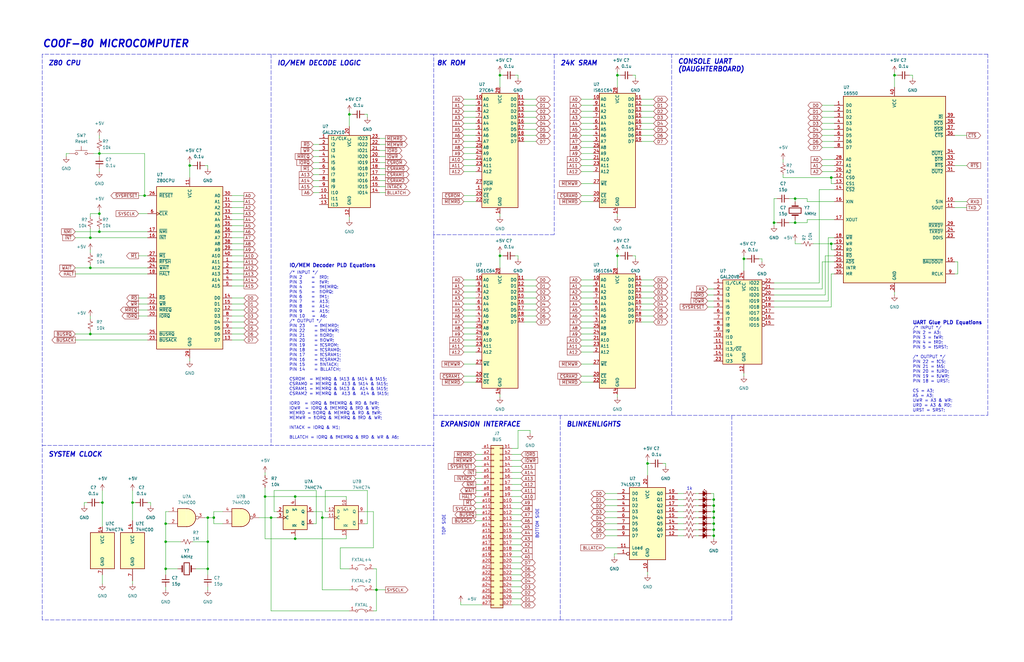
<source format=kicad_sch>
(kicad_sch (version 20211123) (generator eeschema)
  (paper "B")
  (title_block (title "COOF-80") (date "2023-03-05") (rev "A"))
  (junction (at 210.82 107.95))
  (junction (at 41.91 90.17))
  (junction (at 147.32 48.26))
  (junction (at 313.69 109.22))
  (junction (at 43.18 212.09))
  (junction (at 300.99 218.44))
  (junction (at 300.99 210.82))
  (junction (at 60.96 82.55))
  (junction (at 273.05 195.58))
  (junction (at 90.17 218.44))
  (junction (at 350.52 74.93))
  (junction (at 87.63 228.6))
  (junction (at 38.1 100.33))
  (junction (at 111.76 209.55))
  (junction (at 69.85 220.98))
  (junction (at 87.63 240.03))
  (junction (at 300.99 213.36))
  (junction (at 377.19 31.75))
  (junction (at 124.46 209.55))
  (junction (at 135.89 218.44))
  (junction (at 69.85 228.6))
  (junction (at 300.99 223.52))
  (junction (at 87.63 218.44))
  (junction (at 335.28 93.98))
  (junction (at 260.35 107.95))
  (junction (at 300.99 215.9))
  (junction (at 300.99 220.98))
  (junction (at 210.82 31.75))
  (junction (at 41.91 97.79))
  (junction (at 114.3 218.44))
  (junction (at 335.28 83.82))
  (junction (at 69.85 240.03))
  (junction (at 260.35 31.75))
  (junction (at 38.1 113.03))
  (junction (at 326.39 93.98))
  (junction (at 38.1 140.97))
  (junction (at 55.88 212.09))
  (junction (at 350.52 102.87))
  (junction (at 158.75 248.92))
  (junction (at 80.01 69.85))
  (junction (at 300.99 226.06))
  (junction (at 41.91 64.77))
  (junction (at 124.46 227.33))
  (wire (pts (xy 300.99 226.06) (xy 299.72 226.06)))
  (polyline (pts (xy 182.88 22.86) (xy 233.68 22.86)))
  (wire (pts (xy 109.22 218.44) (xy 114.3 218.44)))
  (wire (pts (xy 351.79 44.45) (xy 346.71 44.45)))
  (wire (pts (xy 55.88 245.11) (xy 55.88 246.38)))
  (wire (pts (xy 200.66 133.35) (xy 195.58 133.35)))
  (wire (pts (xy 217.17 107.95) (xy 218.44 107.95)))
  (wire (pts (xy 69.85 242.57) (xy 69.85 240.03)))
  (wire (pts (xy 195.58 161.29) (xy 200.66 161.29)))
  (wire (pts (xy 90.17 218.44) (xy 90.17 220.98)))
  (wire (pts (xy 260.35 107.95) (xy 261.62 107.95)))
  (wire (pts (xy 200.66 46.99) (xy 195.58 46.99)))
  (wire (pts (xy 270.51 59.69) (xy 275.59 59.69)))
  (wire (pts (xy 143.51 240.03) (xy 147.32 240.03)))
  (wire (pts (xy 80.01 69.85) (xy 80.01 74.93)))
  (wire (pts (xy 132.08 66.04) (xy 134.62 66.04)))
  (wire (pts (xy 60.96 82.55) (xy 62.23 82.55)))
  (wire (pts (xy 402.59 115.57) (xy 403.86 115.57)))
  (wire (pts (xy 134.62 81.28) (xy 132.08 81.28)))
  (wire (pts (xy 215.9 204.47) (xy 219.71 204.47)))
  (wire (pts (xy 200.66 212.09) (xy 203.2 212.09)))
  (wire (pts (xy 326.39 129.54) (xy 350.52 129.54)))
  (wire (pts (xy 200.66 214.63) (xy 203.2 214.63)))
  (wire (pts (xy 300.99 220.98) (xy 300.99 223.52)))
  (wire (pts (xy 293.37 223.52) (xy 294.64 223.52)))
  (wire (pts (xy 200.66 41.91) (xy 195.58 41.91)))
  (wire (pts (xy 215.9 201.93) (xy 219.71 201.93)))
  (wire (pts (xy 60.96 64.77) (xy 60.96 82.55)))
  (wire (pts (xy 250.19 67.31) (xy 245.11 67.31)))
  (wire (pts (xy 351.79 67.31) (xy 346.71 67.31)))
  (wire (pts (xy 160.02 60.96) (xy 162.56 60.96)))
  (wire (pts (xy 115.57 207.01) (xy 115.57 215.9)))
  (wire (pts (xy 260.35 210.82) (xy 255.27 210.82)))
  (polyline (pts (xy 233.68 22.86) (xy 233.68 99.06)))
  (wire (pts (xy 402.59 110.49) (xy 403.86 110.49)))
  (wire (pts (xy 35.56 212.09) (xy 36.83 212.09)))
  (wire (pts (xy 220.98 54.61) (xy 226.06 54.61)))
  (wire (pts (xy 147.32 48.26) (xy 148.59 48.26)))
  (polyline (pts (xy 182.88 99.06) (xy 182.88 22.86)))
  (wire (pts (xy 351.79 62.23) (xy 346.71 62.23)))
  (wire (pts (xy 210.82 30.48) (xy 210.82 31.75)))
  (wire (pts (xy 111.76 227.33) (xy 124.46 227.33)))
  (wire (pts (xy 250.19 125.73) (xy 245.11 125.73)))
  (wire (pts (xy 135.89 215.9) (xy 132.08 215.9)))
  (wire (pts (xy 270.51 54.61) (xy 275.59 54.61)))
  (polyline (pts (xy 17.78 187.96) (xy 182.88 187.96)))
  (wire (pts (xy 97.79 107.95) (xy 102.87 107.95)))
  (wire (pts (xy 63.5 213.36) (xy 63.5 212.09)))
  (wire (pts (xy 58.42 133.35) (xy 62.23 133.35)))
  (wire (pts (xy 220.98 128.27) (xy 226.06 128.27)))
  (wire (pts (xy 69.85 215.9) (xy 71.12 215.9)))
  (wire (pts (xy 147.32 91.44) (xy 147.32 92.71)))
  (wire (pts (xy 260.35 166.37) (xy 260.35 167.64)))
  (wire (pts (xy 210.82 107.95) (xy 210.82 113.03)))
  (wire (pts (xy 58.42 107.95) (xy 62.23 107.95)))
  (wire (pts (xy 200.66 138.43) (xy 195.58 138.43)))
  (wire (pts (xy 200.66 143.51) (xy 195.58 143.51)))
  (wire (pts (xy 402.59 87.63) (xy 407.67 87.63)))
  (wire (pts (xy 345.44 119.38) (xy 345.44 80.01)))
  (wire (pts (xy 132.08 60.96) (xy 134.62 60.96)))
  (wire (pts (xy 38.1 113.03) (xy 62.23 113.03)))
  (wire (pts (xy 215.9 209.55) (xy 219.71 209.55)))
  (wire (pts (xy 215.9 247.65) (xy 219.71 247.65)))
  (wire (pts (xy 210.82 107.95) (xy 212.09 107.95)))
  (wire (pts (xy 313.69 107.95) (xy 313.69 109.22)))
  (wire (pts (xy 158.75 240.03) (xy 158.75 248.92)))
  (wire (pts (xy 351.79 85.09) (xy 340.36 85.09)))
  (wire (pts (xy 340.36 85.09) (xy 340.36 83.82)))
  (wire (pts (xy 215.9 196.85) (xy 219.71 196.85)))
  (wire (pts (xy 194.31 255.27) (xy 194.31 254)))
  (wire (pts (xy 220.98 130.81) (xy 226.06 130.81)))
  (wire (pts (xy 293.37 210.82) (xy 294.64 210.82)))
  (wire (pts (xy 347.98 124.46) (xy 347.98 107.95)))
  (wire (pts (xy 285.75 220.98) (xy 288.29 220.98)))
  (wire (pts (xy 383.54 31.75) (xy 384.81 31.75)))
  (wire (pts (xy 250.19 69.85) (xy 245.11 69.85)))
  (wire (pts (xy 200.66 118.11) (xy 195.58 118.11)))
  (wire (pts (xy 340.36 93.98) (xy 340.36 92.71)))
  (wire (pts (xy 215.9 250.19) (xy 219.71 250.19)))
  (wire (pts (xy 134.62 78.74) (xy 132.08 78.74)))
  (wire (pts (xy 313.69 157.48) (xy 313.69 158.75)))
  (wire (pts (xy 250.19 138.43) (xy 245.11 138.43)))
  (wire (pts (xy 153.67 48.26) (xy 154.94 48.26)))
  (wire (pts (xy 31.75 143.51) (xy 62.23 143.51)))
  (wire (pts (xy 69.85 228.6) (xy 76.2 228.6)))
  (wire (pts (xy 285.75 226.06) (xy 288.29 226.06)))
  (wire (pts (xy 97.79 115.57) (xy 102.87 115.57)))
  (wire (pts (xy 245.11 153.67) (xy 250.19 153.67)))
  (wire (pts (xy 273.05 241.3) (xy 273.05 242.57)))
  (wire (pts (xy 69.85 240.03) (xy 69.85 228.6)))
  (wire (pts (xy 132.08 63.5) (xy 134.62 63.5)))
  (wire (pts (xy 124.46 227.33) (xy 124.46 226.06)))
  (wire (pts (xy 38.1 133.35) (xy 38.1 134.62)))
  (wire (pts (xy 215.9 207.01) (xy 219.71 207.01)))
  (wire (pts (xy 266.7 107.95) (xy 267.97 107.95)))
  (wire (pts (xy 210.82 106.68) (xy 210.82 107.95)))
  (wire (pts (xy 285.75 215.9) (xy 288.29 215.9)))
  (wire (pts (xy 87.63 71.12) (xy 87.63 69.85)))
  (wire (pts (xy 250.19 123.19) (xy 245.11 123.19)))
  (wire (pts (xy 220.98 52.07) (xy 226.06 52.07)))
  (polyline (pts (xy 182.88 22.86) (xy 114.3 22.86)))
  (wire (pts (xy 270.51 41.91) (xy 275.59 41.91)))
  (wire (pts (xy 215.9 224.79) (xy 219.71 224.79)))
  (wire (pts (xy 215.9 189.23) (xy 218.44 189.23)))
  (wire (pts (xy 326.39 119.38) (xy 345.44 119.38)))
  (wire (pts (xy 200.66 146.05) (xy 195.58 146.05)))
  (wire (pts (xy 215.9 191.77) (xy 219.71 191.77)))
  (wire (pts (xy 200.66 209.55) (xy 203.2 209.55)))
  (wire (pts (xy 273.05 195.58) (xy 273.05 200.66)))
  (wire (pts (xy 351.79 59.69) (xy 346.71 59.69)))
  (wire (pts (xy 250.19 62.23) (xy 245.11 62.23)))
  (wire (pts (xy 31.75 113.03) (xy 38.1 113.03)))
  (wire (pts (xy 313.69 109.22) (xy 314.96 109.22)))
  (wire (pts (xy 82.55 240.03) (xy 87.63 240.03)))
  (wire (pts (xy 351.79 49.53) (xy 346.71 49.53)))
  (wire (pts (xy 41.91 63.5) (xy 41.91 64.77)))
  (wire (pts (xy 300.99 210.82) (xy 299.72 210.82)))
  (wire (pts (xy 200.66 191.77) (xy 203.2 191.77)))
  (wire (pts (xy 217.17 31.75) (xy 218.44 31.75)))
  (wire (pts (xy 97.79 110.49) (xy 102.87 110.49)))
  (wire (pts (xy 97.79 95.25) (xy 102.87 95.25)))
  (wire (pts (xy 218.44 181.61) (xy 223.52 181.61)))
  (wire (pts (xy 200.66 219.71) (xy 203.2 219.71)))
  (wire (pts (xy 200.66 148.59) (xy 195.58 148.59)))
  (wire (pts (xy 200.66 196.85) (xy 203.2 196.85)))
  (wire (pts (xy 215.9 222.25) (xy 219.71 222.25)))
  (wire (pts (xy 250.19 120.65) (xy 245.11 120.65)))
  (wire (pts (xy 346.71 121.92) (xy 346.71 110.49)))
  (wire (pts (xy 69.85 220.98) (xy 69.85 215.9)))
  (wire (pts (xy 200.66 57.15) (xy 195.58 57.15)))
  (wire (pts (xy 250.19 59.69) (xy 245.11 59.69)))
  (wire (pts (xy 97.79 130.81) (xy 102.87 130.81)))
  (wire (pts (xy 250.19 57.15) (xy 245.11 57.15)))
  (wire (pts (xy 350.52 102.87) (xy 350.52 105.41)))
  (wire (pts (xy 250.19 118.11) (xy 245.11 118.11)))
  (wire (pts (xy 300.99 213.36) (xy 299.72 213.36)))
  (wire (pts (xy 35.56 213.36) (xy 35.56 212.09)))
  (wire (pts (xy 138.43 218.44) (xy 135.89 218.44)))
  (wire (pts (xy 220.98 57.15) (xy 226.06 57.15)))
  (wire (pts (xy 326.39 93.98) (xy 327.66 93.98)))
  (wire (pts (xy 97.79 82.55) (xy 102.87 82.55)))
  (wire (pts (xy 245.11 85.09) (xy 250.19 85.09)))
  (wire (pts (xy 300.99 208.28) (xy 300.99 210.82)))
  (wire (pts (xy 299.72 208.28) (xy 300.99 208.28)))
  (wire (pts (xy 200.66 217.17) (xy 203.2 217.17)))
  (wire (pts (xy 260.35 218.44) (xy 255.27 218.44)))
  (polyline (pts (xy 283.21 175.26) (xy 283.21 22.86)))
  (wire (pts (xy 384.81 33.02) (xy 384.81 31.75)))
  (wire (pts (xy 402.59 57.15) (xy 407.67 57.15)))
  (wire (pts (xy 350.52 105.41) (xy 351.79 105.41)))
  (wire (pts (xy 300.99 215.9) (xy 299.72 215.9)))
  (wire (pts (xy 298.45 129.54) (xy 300.99 129.54)))
  (wire (pts (xy 41.91 64.77) (xy 60.96 64.77)))
  (wire (pts (xy 223.52 181.61) (xy 223.52 182.88)))
  (wire (pts (xy 259.08 234.95) (xy 259.08 233.68)))
  (wire (pts (xy 114.3 218.44) (xy 116.84 218.44)))
  (wire (pts (xy 260.35 220.98) (xy 255.27 220.98)))
  (wire (pts (xy 31.75 115.57) (xy 62.23 115.57)))
  (wire (pts (xy 330.2 67.31) (xy 330.2 68.58)))
  (wire (pts (xy 351.79 57.15) (xy 346.71 57.15)))
  (wire (pts (xy 137.16 207.01) (xy 137.16 215.9)))
  (wire (pts (xy 260.35 215.9) (xy 255.27 215.9)))
  (wire (pts (xy 350.52 77.47) (xy 350.52 74.93)))
  (wire (pts (xy 97.79 125.73) (xy 102.87 125.73)))
  (wire (pts (xy 293.37 213.36) (xy 294.64 213.36)))
  (wire (pts (xy 200.66 44.45) (xy 195.58 44.45)))
  (wire (pts (xy 55.88 207.01) (xy 55.88 212.09)))
  (wire (pts (xy 245.11 158.75) (xy 250.19 158.75)))
  (wire (pts (xy 245.11 82.55) (xy 250.19 82.55)))
  (polyline (pts (xy 182.88 261.62) (xy 236.22 261.62)))
  (wire (pts (xy 351.79 69.85) (xy 346.71 69.85)))
  (wire (pts (xy 97.79 128.27) (xy 102.87 128.27)))
  (wire (pts (xy 250.19 140.97) (xy 245.11 140.97)))
  (wire (pts (xy 300.99 213.36) (xy 300.99 215.9)))
  (polyline (pts (xy 236.22 175.26) (xy 236.22 261.62)))
  (wire (pts (xy 195.58 85.09) (xy 200.66 85.09)))
  (wire (pts (xy 351.79 46.99) (xy 346.71 46.99)))
  (wire (pts (xy 220.98 123.19) (xy 226.06 123.19)))
  (wire (pts (xy 43.18 207.01) (xy 43.18 212.09)))
  (wire (pts (xy 300.99 218.44) (xy 300.99 220.98)))
  (wire (pts (xy 218.44 189.23) (xy 218.44 181.61)))
  (wire (pts (xy 270.51 135.89) (xy 275.59 135.89)))
  (wire (pts (xy 157.48 231.14) (xy 143.51 231.14)))
  (wire (pts (xy 97.79 97.79) (xy 102.87 97.79)))
  (wire (pts (xy 41.91 97.79) (xy 62.23 97.79)))
  (wire (pts (xy 270.51 49.53) (xy 275.59 49.53)))
  (wire (pts (xy 200.66 62.23) (xy 195.58 62.23)))
  (wire (pts (xy 69.85 228.6) (xy 69.85 220.98)))
  (wire (pts (xy 195.58 158.75) (xy 200.66 158.75)))
  (wire (pts (xy 29.21 64.77) (xy 27.94 64.77)))
  (wire (pts (xy 260.35 90.17) (xy 260.35 91.44)))
  (wire (pts (xy 111.76 199.39) (xy 111.76 200.66)))
  (wire (pts (xy 97.79 120.65) (xy 102.87 120.65)))
  (wire (pts (xy 80.01 69.85) (xy 81.28 69.85)))
  (wire (pts (xy 137.16 215.9) (xy 138.43 215.9)))
  (wire (pts (xy 132.08 71.12) (xy 134.62 71.12)))
  (polyline (pts (xy 416.56 22.86) (xy 283.21 22.86)))
  (wire (pts (xy 87.63 218.44) (xy 86.36 218.44)))
  (wire (pts (xy 97.79 105.41) (xy 102.87 105.41)))
  (wire (pts (xy 335.28 102.87) (xy 337.82 102.87)))
  (wire (pts (xy 38.1 139.7) (xy 38.1 140.97)))
  (wire (pts (xy 215.9 232.41) (xy 219.71 232.41)))
  (wire (pts (xy 97.79 113.03) (xy 102.87 113.03)))
  (wire (pts (xy 350.52 74.93) (xy 351.79 74.93)))
  (wire (pts (xy 200.66 135.89) (xy 195.58 135.89)))
  (wire (pts (xy 260.35 30.48) (xy 260.35 31.75)))
  (wire (pts (xy 97.79 140.97) (xy 102.87 140.97)))
  (wire (pts (xy 147.32 48.26) (xy 147.32 53.34)))
  (wire (pts (xy 273.05 195.58) (xy 274.32 195.58)))
  (wire (pts (xy 41.91 57.15) (xy 41.91 58.42)))
  (wire (pts (xy 220.98 44.45) (xy 226.06 44.45)))
  (wire (pts (xy 160.02 66.04) (xy 162.56 66.04)))
  (wire (pts (xy 270.51 46.99) (xy 275.59 46.99)))
  (wire (pts (xy 195.58 82.55) (xy 200.66 82.55)))
  (wire (pts (xy 210.82 166.37) (xy 210.82 167.64)))
  (wire (pts (xy 157.48 257.81) (xy 158.75 257.81)))
  (wire (pts (xy 298.45 121.92) (xy 300.99 121.92)))
  (wire (pts (xy 210.82 90.17) (xy 210.82 91.44)))
  (wire (pts (xy 220.98 118.11) (xy 226.06 118.11)))
  (polyline (pts (xy 182.88 175.26) (xy 182.88 261.62)))
  (wire (pts (xy 38.1 111.76) (xy 38.1 113.03)))
  (wire (pts (xy 87.63 240.03) (xy 87.63 242.57)))
  (wire (pts (xy 153.67 220.98) (xy 154.94 220.98)))
  (wire (pts (xy 377.19 123.19) (xy 377.19 124.46)))
  (wire (pts (xy 58.42 82.55) (xy 60.96 82.55)))
  (wire (pts (xy 351.79 52.07) (xy 346.71 52.07)))
  (wire (pts (xy 114.3 218.44) (xy 114.3 257.81)))
  (wire (pts (xy 215.9 242.57) (xy 219.71 242.57)))
  (wire (pts (xy 351.79 77.47) (xy 350.52 77.47)))
  (wire (pts (xy 300.99 226.06) (xy 300.99 227.33)))
  (wire (pts (xy 220.98 59.69) (xy 226.06 59.69)))
  (wire (pts (xy 41.91 96.52) (xy 41.91 97.79)))
  (wire (pts (xy 250.19 146.05) (xy 245.11 146.05)))
  (polyline (pts (xy 17.78 22.86) (xy 17.78 187.96)))
  (wire (pts (xy 347.98 107.95) (xy 351.79 107.95)))
  (wire (pts (xy 146.05 227.33) (xy 124.46 227.33)))
  (wire (pts (xy 97.79 135.89) (xy 102.87 135.89)))
  (wire (pts (xy 260.35 226.06) (xy 255.27 226.06)))
  (wire (pts (xy 135.89 248.92) (xy 147.32 248.92)))
  (wire (pts (xy 124.46 209.55) (xy 124.46 210.82)))
  (wire (pts (xy 160.02 71.12) (xy 162.56 71.12)))
  (wire (pts (xy 300.99 223.52) (xy 300.99 226.06)))
  (wire (pts (xy 285.75 210.82) (xy 288.29 210.82)))
  (polyline (pts (xy 114.3 22.86) (xy 114.3 187.96)))
  (wire (pts (xy 215.9 255.27) (xy 219.71 255.27)))
  (wire (pts (xy 215.9 217.17) (xy 219.71 217.17)))
  (wire (pts (xy 111.76 209.55) (xy 124.46 209.55)))
  (wire (pts (xy 285.75 213.36) (xy 288.29 213.36)))
  (wire (pts (xy 41.91 71.12) (xy 41.91 72.39)))
  (wire (pts (xy 86.36 69.85) (xy 87.63 69.85)))
  (polyline (pts (xy 114.3 22.86) (xy 17.78 22.86)))
  (wire (pts (xy 215.9 212.09) (xy 219.71 212.09)))
  (wire (pts (xy 293.37 226.06) (xy 294.64 226.06)))
  (wire (pts (xy 402.59 69.85) (xy 407.67 69.85)))
  (wire (pts (xy 349.25 127) (xy 349.25 100.33)))
  (wire (pts (xy 58.42 130.81) (xy 62.23 130.81)))
  (wire (pts (xy 270.51 125.73) (xy 275.59 125.73)))
  (wire (pts (xy 220.98 135.89) (xy 226.06 135.89)))
  (wire (pts (xy 143.51 231.14) (xy 143.51 240.03)))
  (wire (pts (xy 245.11 77.47) (xy 250.19 77.47)))
  (wire (pts (xy 326.39 83.82) (xy 326.39 93.98)))
  (wire (pts (xy 279.4 195.58) (xy 280.67 195.58)))
  (wire (pts (xy 31.75 100.33) (xy 38.1 100.33)))
  (wire (pts (xy 273.05 194.31) (xy 273.05 195.58)))
  (wire (pts (xy 300.99 127) (xy 298.45 127)))
  (wire (pts (xy 80.01 68.58) (xy 80.01 69.85)))
  (wire (pts (xy 250.19 143.51) (xy 245.11 143.51)))
  (wire (pts (xy 133.35 220.98) (xy 133.35 207.01)))
  (wire (pts (xy 350.52 102.87) (xy 351.79 102.87)))
  (wire (pts (xy 250.19 128.27) (xy 245.11 128.27)))
  (wire (pts (xy 215.9 240.03) (xy 219.71 240.03)))
  (wire (pts (xy 58.42 128.27) (xy 62.23 128.27)))
  (wire (pts (xy 210.82 31.75) (xy 210.82 36.83)))
  (wire (pts (xy 250.19 130.81) (xy 245.11 130.81)))
  (wire (pts (xy 335.28 93.98) (xy 340.36 93.98)))
  (wire (pts (xy 215.9 214.63) (xy 219.71 214.63)))
  (wire (pts (xy 250.19 133.35) (xy 245.11 133.35)))
  (wire (pts (xy 200.66 64.77) (xy 195.58 64.77)))
  (wire (pts (xy 260.35 31.75) (xy 261.62 31.75)))
  (wire (pts (xy 326.39 121.92) (xy 346.71 121.92)))
  (wire (pts (xy 350.52 115.57) (xy 351.79 115.57)))
  (wire (pts (xy 157.48 240.03) (xy 158.75 240.03)))
  (wire (pts (xy 350.52 129.54) (xy 350.52 115.57)))
  (wire (pts (xy 160.02 78.74) (xy 162.56 78.74)))
  (wire (pts (xy 31.75 97.79) (xy 41.91 97.79)))
  (wire (pts (xy 146.05 210.82) (xy 146.05 209.55)))
  (wire (pts (xy 250.19 41.91) (xy 245.11 41.91)))
  (wire (pts (xy 346.71 110.49) (xy 351.79 110.49)))
  (wire (pts (xy 300.99 215.9) (xy 300.99 218.44)))
  (wire (pts (xy 210.82 31.75) (xy 212.09 31.75)))
  (wire (pts (xy 266.7 31.75) (xy 267.97 31.75)))
  (wire (pts (xy 259.08 233.68) (xy 260.35 233.68)))
  (wire (pts (xy 245.11 161.29) (xy 250.19 161.29)))
  (wire (pts (xy 133.35 207.01) (xy 115.57 207.01)))
  (wire (pts (xy 147.32 46.99) (xy 147.32 48.26)))
  (wire (pts (xy 87.63 228.6) (xy 87.63 218.44)))
  (wire (pts (xy 326.39 127) (xy 349.25 127)))
  (polyline (pts (xy 17.78 261.62) (xy 17.78 187.96)))
  (wire (pts (xy 200.66 123.19) (xy 195.58 123.19)))
  (wire (pts (xy 97.79 118.11) (xy 102.87 118.11)))
  (wire (pts (xy 97.79 133.35) (xy 102.87 133.35)))
  (polyline (pts (xy 233.68 99.06) (xy 182.88 99.06)))
  (wire (pts (xy 293.37 208.28) (xy 294.64 208.28)))
  (wire (pts (xy 326.39 93.98) (xy 326.39 95.25)))
  (wire (pts (xy 43.18 212.09) (xy 43.18 222.25)))
  (wire (pts (xy 215.9 219.71) (xy 219.71 219.71)))
  (wire (pts (xy 402.59 85.09) (xy 407.67 85.09)))
  (wire (pts (xy 270.51 123.19) (xy 275.59 123.19)))
  (wire (pts (xy 377.19 31.75) (xy 377.19 36.83)))
  (wire (pts (xy 111.76 209.55) (xy 111.76 227.33)))
  (wire (pts (xy 342.9 102.87) (xy 350.52 102.87)))
  (wire (pts (xy 345.44 80.01) (xy 351.79 80.01)))
  (wire (pts (xy 326.39 124.46) (xy 347.98 124.46)))
  (wire (pts (xy 260.35 223.52) (xy 255.27 223.52)))
  (wire (pts (xy 293.37 215.9) (xy 294.64 215.9)))
  (wire (pts (xy 97.79 87.63) (xy 102.87 87.63)))
  (wire (pts (xy 293.37 220.98) (xy 294.64 220.98)))
  (wire (pts (xy 38.1 90.17) (xy 38.1 91.44)))
  (wire (pts (xy 194.31 255.27) (xy 203.2 255.27)))
  (wire (pts (xy 250.19 49.53) (xy 245.11 49.53)))
  (wire (pts (xy 69.85 247.65) (xy 69.85 248.92)))
  (wire (pts (xy 132.08 220.98) (xy 133.35 220.98)))
  (wire (pts (xy 215.9 237.49) (xy 219.71 237.49)))
  (wire (pts (xy 97.79 143.51) (xy 102.87 143.51)))
  (wire (pts (xy 267.97 109.22) (xy 267.97 107.95)))
  (wire (pts (xy 215.9 227.33) (xy 219.71 227.33)))
  (wire (pts (xy 218.44 33.02) (xy 218.44 31.75)))
  (wire (pts (xy 280.67 196.85) (xy 280.67 195.58)))
  (wire (pts (xy 200.66 140.97) (xy 195.58 140.97)))
  (wire (pts (xy 41.91 88.9) (xy 41.91 90.17)))
  (wire (pts (xy 154.94 207.01) (xy 137.16 207.01)))
  (wire (pts (xy 260.35 106.68) (xy 260.35 107.95)))
  (wire (pts (xy 200.66 67.31) (xy 195.58 67.31)))
  (wire (pts (xy 200.66 204.47) (xy 203.2 204.47)))
  (wire (pts (xy 160.02 76.2) (xy 162.56 76.2)))
  (wire (pts (xy 403.86 110.49) (xy 403.86 115.57)))
  (wire (pts (xy 285.75 208.28) (xy 288.29 208.28)))
  (wire (pts (xy 38.1 100.33) (xy 38.1 96.52)))
  (wire (pts (xy 285.75 218.44) (xy 288.29 218.44)))
  (wire (pts (xy 260.35 213.36) (xy 255.27 213.36)))
  (wire (pts (xy 200.66 125.73) (xy 195.58 125.73)))
  (wire (pts (xy 154.94 220.98) (xy 154.94 207.01)))
  (wire (pts (xy 146.05 226.06) (xy 146.05 227.33)))
  (wire (pts (xy 38.1 140.97) (xy 62.23 140.97)))
  (wire (pts (xy 349.25 100.33) (xy 351.79 100.33)))
  (polyline (pts (xy 283.21 22.86) (xy 233.68 22.86)))
  (wire (pts (xy 327.66 83.82) (xy 326.39 83.82)))
  (wire (pts (xy 55.88 212.09) (xy 57.15 212.09)))
  (wire (pts (xy 111.76 205.74) (xy 111.76 209.55)))
  (wire (pts (xy 41.91 90.17) (xy 38.1 90.17)))
  (wire (pts (xy 97.79 100.33) (xy 102.87 100.33)))
  (polyline (pts (xy 308.61 261.62) (xy 308.61 175.26)))
  (wire (pts (xy 320.04 109.22) (xy 321.31 109.22)))
  (wire (pts (xy 146.05 209.55) (xy 124.46 209.55)))
  (polyline (pts (xy 416.56 175.26) (xy 416.56 22.86)))
  (wire (pts (xy 270.51 128.27) (xy 275.59 128.27)))
  (wire (pts (xy 41.91 90.17) (xy 41.91 91.44)))
  (polyline (pts (xy 283.21 175.26) (xy 416.56 175.26)))
  (wire (pts (xy 215.9 234.95) (xy 219.71 234.95)))
  (wire (pts (xy 135.89 218.44) (xy 135.89 248.92)))
  (wire (pts (xy 160.02 63.5) (xy 162.56 63.5)))
  (wire (pts (xy 285.75 223.52) (xy 288.29 223.52)))
  (polyline (pts (xy 182.88 175.26) (xy 283.21 175.26)))
  (wire (pts (xy 250.19 72.39) (xy 245.11 72.39)))
  (wire (pts (xy 135.89 218.44) (xy 135.89 215.9)))
  (wire (pts (xy 160.02 58.42) (xy 162.56 58.42)))
  (wire (pts (xy 200.66 199.39) (xy 203.2 199.39)))
  (wire (pts (xy 81.28 228.6) (xy 87.63 228.6)))
  (wire (pts (xy 220.98 120.65) (xy 226.06 120.65)))
  (wire (pts (xy 270.51 118.11) (xy 275.59 118.11)))
  (wire (pts (xy 215.9 199.39) (xy 219.71 199.39)))
  (wire (pts (xy 300.99 124.46) (xy 298.45 124.46)))
  (wire (pts (xy 87.63 218.44) (xy 90.17 218.44)))
  (wire (pts (xy 80.01 151.13) (xy 80.01 152.4)))
  (wire (pts (xy 293.37 218.44) (xy 294.64 218.44)))
  (polyline (pts (xy 236.22 261.62) (xy 308.61 261.62)))
  (wire (pts (xy 39.37 64.77) (xy 41.91 64.77)))
  (wire (pts (xy 200.66 201.93) (xy 203.2 201.93)))
  (wire (pts (xy 69.85 220.98) (xy 71.12 220.98)))
  (wire (pts (xy 200.66 69.85) (xy 195.58 69.85)))
  (wire (pts (xy 132.08 68.58) (xy 134.62 68.58)))
  (wire (pts (xy 300.99 210.82) (xy 300.99 213.36)))
  (wire (pts (xy 158.75 248.92) (xy 158.75 257.81)))
  (wire (pts (xy 62.23 100.33) (xy 38.1 100.33)))
  (wire (pts (xy 340.36 83.82) (xy 335.28 83.82)))
  (wire (pts (xy 220.98 46.99) (xy 226.06 46.99)))
  (wire (pts (xy 114.3 257.81) (xy 147.32 257.81)))
  (wire (pts (xy 215.9 229.87) (xy 219.71 229.87)))
  (wire (pts (xy 215.9 194.31) (xy 219.71 194.31)))
  (wire (pts (xy 335.28 102.87) (xy 335.28 101.6)))
  (wire (pts (xy 270.51 44.45) (xy 275.59 44.45)))
  (wire (pts (xy 218.44 109.22) (xy 218.44 107.95)))
  (wire (pts (xy 97.79 85.09) (xy 102.87 85.09)))
  (wire (pts (xy 300.99 218.44) (xy 299.72 218.44)))
  (wire (pts (xy 87.63 240.03) (xy 87.63 228.6)))
  (wire (pts (xy 330.2 74.93) (xy 350.52 74.93)))
  (wire (pts (xy 200.66 207.01) (xy 203.2 207.01)))
  (wire (pts (xy 332.74 93.98) (xy 335.28 93.98)))
  (wire (pts (xy 332.74 83.82) (xy 335.28 83.82)))
  (wire (pts (xy 255.27 231.14) (xy 260.35 231.14)))
  (wire (pts (xy 267.97 33.02) (xy 267.97 31.75)))
  (wire (pts (xy 250.19 54.61) (xy 245.11 54.61)))
  (wire (pts (xy 160.02 73.66) (xy 162.56 73.66)))
  (wire (pts (xy 27.94 64.77) (xy 27.94 66.04)))
  (wire (pts (xy 270.51 57.15) (xy 275.59 57.15)))
  (wire (pts (xy 200.66 130.81) (xy 195.58 130.81)))
  (wire (pts (xy 270.51 130.81) (xy 275.59 130.81)))
  (wire (pts (xy 300.99 220.98) (xy 299.72 220.98)))
  (wire (pts (xy 215.9 252.73) (xy 219.71 252.73)))
  (wire (pts (xy 313.69 109.22) (xy 313.69 114.3)))
  (wire (pts (xy 41.91 212.09) (xy 43.18 212.09)))
  (wire (pts (xy 200.66 54.61) (xy 195.58 54.61)))
  (wire (pts (xy 200.66 59.69) (xy 195.58 59.69)))
  (polyline (pts (xy 182.88 99.06) (xy 182.88 175.26)))
  (polyline (pts (xy 182.88 261.62) (xy 17.78 261.62)))
  (wire (pts (xy 58.42 90.17) (xy 62.23 90.17)))
  (wire (pts (xy 69.85 240.03) (xy 74.93 240.03)))
  (wire (pts (xy 335.28 92.71) (xy 335.28 93.98)))
  (wire (pts (xy 90.17 215.9) (xy 93.98 215.9)))
  (wire (pts (xy 340.36 92.71) (xy 351.79 92.71)))
  (wire (pts (xy 215.9 245.11) (xy 219.71 245.11)))
  (wire (pts (xy 270.51 133.35) (xy 275.59 133.35)))
  (wire (pts (xy 200.66 72.39) (xy 195.58 72.39)))
  (wire (pts (xy 97.79 90.17) (xy 102.87 90.17)))
  (wire (pts (xy 260.35 31.75) (xy 260.35 36.83)))
  (wire (pts (xy 377.19 30.48) (xy 377.19 31.75)))
  (wire (pts (xy 90.17 220.98) (xy 93.98 220.98)))
  (wire (pts (xy 38.1 105.41) (xy 38.1 106.68)))
  (wire (pts (xy 220.98 49.53) (xy 226.06 49.53)))
  (wire (pts (xy 200.66 128.27) (xy 195.58 128.27)))
  (wire (pts (xy 158.75 248.92) (xy 162.56 248.92)))
  (wire (pts (xy 335.28 83.82) (xy 335.28 85.09)))
  (wire (pts (xy 153.67 215.9) (xy 157.48 215.9)))
  (wire (pts (xy 90.17 218.44) (xy 90.17 215.9)))
  (wire (pts (xy 250.19 44.45) (xy 245.11 44.45)))
  (wire (pts (xy 55.88 219.71) (xy 55.88 212.09)))
  (wire (pts (xy 97.79 102.87) (xy 102.87 102.87)))
  (wire (pts (xy 134.62 76.2) (xy 132.08 76.2)))
  (wire (pts (xy 321.31 110.49) (xy 321.31 109.22)))
  (wire (pts (xy 203.2 194.31) (xy 200.66 194.31)))
  (wire (pts (xy 58.42 125.73) (xy 62.23 125.73)))
  (wire (pts (xy 250.19 52.07) (xy 245.11 52.07)))
  (wire (pts (xy 270.51 120.65) (xy 275.59 120.65)))
  (wire (pts (xy 157.48 215.9) (xy 157.48 231.14)))
  (wire (pts (xy 160.02 81.28) (xy 162.56 81.28)))
  (wire (pts (xy 220.98 41.91) (xy 226.06 41.91)))
  (wire (pts (xy 43.18 242.57) (xy 43.18 246.38)))
  (wire (pts (xy 115.57 215.9) (xy 116.84 215.9)))
  (wire (pts (xy 300.99 223.52) (xy 299.72 223.52)))
  (wire (pts (xy 195.58 153.67) (xy 200.66 153.67)))
  (wire (pts (xy 220.98 133.35) (xy 226.06 133.35)))
  (wire (pts (xy 330.2 73.66) (xy 330.2 74.93)))
  (wire (pts (xy 351.79 54.61) (xy 346.71 54.61)))
  (wire (pts (xy 377.19 31.75) (xy 378.46 31.75)))
  (wire (pts (xy 200.66 49.53) (xy 195.58 49.53)))
  (wire (pts (xy 200.66 120.65) (xy 195.58 120.65)))
  (wire (pts (xy 200.66 52.07) (xy 195.58 52.07)))
  (wire (pts (xy 250.19 148.59) (xy 245.11 148.59)))
  (wire (pts (xy 41.91 64.77) (xy 41.91 66.04)))
  (wire (pts (xy 250.19 135.89) (xy 245.11 135.89)))
  (wire (pts (xy 270.51 52.07) (xy 275.59 52.07)))
  (wire (pts (xy 154.94 49.53) (xy 154.94 48.26)))
  (wire (pts (xy 157.48 248.92) (xy 158.75 248.92)))
  (wire (pts (xy 62.23 212.09) (xy 63.5 212.09)))
  (wire (pts (xy 87.63 247.65) (xy 87.63 248.92)))
  (wire (pts (xy 250.19 46.99) (xy 245.11 46.99)))
  (wire (pts (xy 31.75 140.97) (xy 38.1 140.97)))
  (wire (pts (xy 351.79 72.39) (xy 346.71 72.39)))
  (wire (pts (xy 260.35 208.28) (xy 255.27 208.28)))
  (wire (pts (xy 260.35 107.95) (xy 260.35 113.03)))
  (wire (pts (xy 160.02 68.58) (xy 162.56 68.58)))
  (wire (pts (xy 97.79 92.71) (xy 102.87 92.71)))
  (wire (pts (xy 134.62 73.66) (xy 132.08 73.66)))
  (wire (pts (xy 220.98 125.73) (xy 226.06 125.73)))
  (wire (pts (xy 97.79 138.43) (xy 102.87 138.43)))
  (wire (pts (xy 250.19 64.77) (xy 245.11 64.77)))
  (text "1k" (at 289.56 207.01 0) (effects (font (size 1.27 1.27)) (justify left bottom)))
  (text "BLINKENLIGHTS" (at 238.76 180.34 0) (effects (font (size 2 2) bold italic) (justify left bottom)))
  (text "BOTTOM SIDE" (at 227.33 227.33 90) (effects (font (size 1.27 1.27)) (justify left bottom)))
  (text "24K SRAM" (at 236.22 27.94 0) (effects (font (size 2 2) bold italic) (justify left bottom)))
  (text "/* INPUT */\nPIN 2    =  !RD;\nPIN 3    =  !WR;\nPIN 4    =  !MEMRQ;\nPIN 5    =  !IORQ;\nPIN 6    =  !M1;\nPIN 7    =  A13;\nPIN 8    =  A14;\nPIN 9    =  A15;\nPIN 10   =  A6;\n/* OUTPUT */\nPIN 23    = !MEMRD;\nPIN 22    = !MEMWR;\nPIN 21    = !IORD;\nPIN 20    = !IOWR;\nPIN 19    = !CSROM;\nPIN 18    = !CSRAM0;\nPIN 17    = !CSRAM1;\nPIN 16    = !CSRAM2;\nPIN 15    = !INTACK;\nPIN 14    = BLLATCH;\n\nCSROM  = MEMRQ & !A13 & !A14 & !A15;\nCSRAM0 = MEMRQ &  A13 & !A14 & !A15; \nCSRAM1 = MEMRQ & !A13 &  A14 & !A15;\nCSRAM2 = MEMRQ &  A13 &  A14 & !A15;\n\nIORD  = IORQ & !MEMRQ & RD & !WR;\nIOWR  = IORQ & !MEMRQ & !RD & WR;\nMEMRD = !IORQ & MEMRQ & RD & !WR;\nMEMWR = !IORQ & MEMRQ & !RD & WR;\n\nINTACK = IORQ & M1;\n\nBLLATCH = IORQ & !MEMRQ & !RD & WR & A6;" (at 121.92 185.42 0) (effects (font (size 1.27 1.27)) (justify left bottom)))
  (text "UART Glue PLD Equations" (at 384.81 137.16 0) (effects (font (size 1.5 1.5) (thickness 0.3) bold) (justify left bottom)))
  (text "EXPANSION INTERFACE" (at 185.42 180.34 0) (effects (font (size 2 2) bold italic) (justify left bottom)))
  (text "Z80 CPU" (at 20.32 27.94 0) (effects (font (size 2 2) bold italic) (justify left bottom)))
  (text "COOF-80 MICROCOMPUTER" (at 17.78 20.32 0) (effects (font (size 3 3) (thickness 0.6) bold italic) (justify left bottom)))
  (text "TOP SIDE" (at 187.96 226.06 90) (effects (font (size 1.27 1.27)) (justify left bottom)))
  (text "IO/MEM DECODE LOGIC" (at 116.84 27.94 0) (effects (font (size 2 2) bold italic) (justify left bottom)))
  (text "IO/MEM Decoder PLD Equations" (at 121.92 113.03 0) (effects (font (size 1.5 1.5) (thickness 0.3) bold) (justify left bottom)))
  (text "/* INPUT */\nPIN 2 = A3; \nPIN 3 = !WR;\nPIN 4 = !RD;\nPIN 5 = !SRST;\n\n/* OUTPUT */\nPIN 22 = !CS;\nPIN 21 = !AS;\nPIN 20 = !URD;\nPIN 19 = !UWR;\nPIN 18 = URST;\n\nCS = A3;\nAS = A3;\nUWR = A3 & WR;\nURD = A3 & RD;\nURST = SRST;" (at 384.81 173.99 0) (effects (font (size 1.27 1.27)) (justify left bottom)))
  (text "CONSOLE UART\n(DAUGHTERBOARD)" (at 285.75 30.48 0) (effects (font (size 2 2) bold italic) (justify left bottom)))
  (text "8K ROM" (at 184.15 27.94 0) (effects (font (size 2 2) bold italic) (justify left bottom)))
  (text "SYSTEM CLOCK" (at 20.32 193.04 0) (effects (font (size 2 2) bold italic) (justify left bottom)))
  (global_label "A14" (shape input) (at 219.71 199.39 0) (property "Intersheet References" "${INTERSHEET_REFS}" (effects hide)))
  (global_label "A9" (shape input) (at 195.58 64.77 180) (property "Intersheet References" "${INTERSHEET_REFS}" (effects hide)))
  (global_label "A12" (shape input) (at 245.11 72.39 180) (property "Intersheet References" "${INTERSHEET_REFS}" (effects hide)))
  (global_label "~{CSRAM2}" (shape input) (at 245.11 158.75 180) (property "Intersheet References" "${INTERSHEET_REFS}" (effects hide)))
  (global_label "~{CSRAM0}" (shape output) (at 162.56 71.12 0) (property "Intersheet References" "${INTERSHEET_REFS}" (effects hide)))
  (global_label "A8" (shape input) (at 245.11 138.43 180) (property "Intersheet References" "${INTERSHEET_REFS}" (effects hide)))
  (global_label "D6" (shape bidirectional) (at 275.59 57.15 0) (property "Intersheet References" "${INTERSHEET_REFS}" (effects hide)))
  (global_label "D2" (shape bidirectional) (at 275.59 123.19 0) (property "Intersheet References" "${INTERSHEET_REFS}" (effects hide)))
  (global_label "~{IOWR}" (shape input) (at 219.71 194.31 0) (property "Intersheet References" "${INTERSHEET_REFS}" (effects hide)))
  (global_label "A8" (shape input) (at 219.71 214.63 0) (property "Intersheet References" "${INTERSHEET_REFS}" (effects hide)))
  (global_label "A4" (shape output) (at 102.87 92.71 0) (property "Intersheet References" "${INTERSHEET_REFS}" (effects hide)))
  (global_label "A10" (shape input) (at 195.58 143.51 180) (property "Intersheet References" "${INTERSHEET_REFS}" (effects hide)))
  (global_label "A1" (shape input) (at 219.71 232.41 0) (property "Intersheet References" "${INTERSHEET_REFS}" (effects hide)))
  (global_label "D4" (shape bidirectional) (at 219.71 245.11 0) (property "Intersheet References" "${INTERSHEET_REFS}" (effects hide)))
  (global_label "~{M1}" (shape output) (at 58.42 107.95 180) (property "Intersheet References" "${INTERSHEET_REFS}" (effects hide)))
  (global_label "~{IORD}" (shape output) (at 162.56 63.5 0) (property "Intersheet References" "${INTERSHEET_REFS}" (effects hide)))
  (global_label "D3" (shape bidirectional) (at 226.06 125.73 0) (property "Intersheet References" "${INTERSHEET_REFS}" (effects hide)))
  (global_label "A13" (shape input) (at 132.08 73.66 180) (property "Intersheet References" "${INTERSHEET_REFS}" (effects hide)))
  (global_label "D4" (shape bidirectional) (at 255.27 218.44 180) (property "Intersheet References" "${INTERSHEET_REFS}" (effects hide)))
  (global_label "~{M1}" (shape input) (at 132.08 71.12 180) (property "Intersheet References" "${INTERSHEET_REFS}" (effects hide)))
  (global_label "A9" (shape input) (at 245.11 64.77 180) (property "Intersheet References" "${INTERSHEET_REFS}" (effects hide)))
  (global_label "~{MEMWR}" (shape input) (at 195.58 153.67 180) (property "Intersheet References" "${INTERSHEET_REFS}" (effects hide)))
  (global_label "BLLATCH" (shape output) (at 162.56 81.28 0) (property "Intersheet References" "${INTERSHEET_REFS}" (effects hide)))
  (global_label "A2" (shape input) (at 195.58 46.99 180) (property "Intersheet References" "${INTERSHEET_REFS}" (effects hide)))
  (global_label "~{RTS}" (shape input) (at 407.67 69.85 0) (property "Intersheet References" "${INTERSHEET_REFS}" (effects hide)))
  (global_label "D1" (shape bidirectional) (at 226.06 44.45 0) (property "Intersheet References" "${INTERSHEET_REFS}" (effects hide)))
  (global_label "A2" (shape input) (at 219.71 229.87 0) (property "Intersheet References" "${INTERSHEET_REFS}" (effects hide)))
  (global_label "~{INT}" (shape output) (at 200.66 199.39 180) (property "Intersheet References" "${INTERSHEET_REFS}" (effects hide)))
  (global_label "~{INTACK}" (shape input) (at 200.66 201.93 180) (property "Intersheet References" "${INTERSHEET_REFS}" (effects hide)))
  (global_label "D7" (shape bidirectional) (at 275.59 59.69 0) (property "Intersheet References" "${INTERSHEET_REFS}" (effects hide)))
  (global_label "D6" (shape bidirectional) (at 219.71 240.03 0) (property "Intersheet References" "${INTERSHEET_REFS}" (effects hide)))
  (global_label "A3" (shape input) (at 195.58 125.73 180) (property "Intersheet References" "${INTERSHEET_REFS}" (effects hide)))
  (global_label "A0" (shape input) (at 195.58 118.11 180) (property "Intersheet References" "${INTERSHEET_REFS}" (effects hide)))
  (global_label "~{IORQ}" (shape output) (at 58.42 133.35 180) (property "Intersheet References" "${INTERSHEET_REFS}" (effects hide)))
  (global_label "~{IOWR}" (shape output) (at 162.56 66.04 0) (property "Intersheet References" "${INTERSHEET_REFS}" (effects hide)))
  (global_label "A14" (shape output) (at 102.87 118.11 0) (property "Intersheet References" "${INTERSHEET_REFS}" (effects hide)))
  (global_label "D4" (shape bidirectional) (at 226.06 52.07 0) (property "Intersheet References" "${INTERSHEET_REFS}" (effects hide)))
  (global_label "A5" (shape input) (at 219.71 222.25 0) (property "Intersheet References" "${INTERSHEET_REFS}" (effects hide)))
  (global_label "A12" (shape input) (at 219.71 204.47 0) (property "Intersheet References" "${INTERSHEET_REFS}" (effects hide)))
  (global_label "A11" (shape input) (at 245.11 69.85 180) (property "Intersheet References" "${INTERSHEET_REFS}" (effects hide)))
  (global_label "D0" (shape bidirectional) (at 255.27 208.28 180) (property "Intersheet References" "${INTERSHEET_REFS}" (effects hide)))
  (global_label "A14" (shape input) (at 132.08 76.2 180) (property "Intersheet References" "${INTERSHEET_REFS}" (effects hide)))
  (global_label "~{IOWR}" (shape input) (at 298.45 127 180) (property "Intersheet References" "${INTERSHEET_REFS}" (effects hide)))
  (global_label "A12" (shape input) (at 195.58 72.39 180) (property "Intersheet References" "${INTERSHEET_REFS}" (effects hide)))
  (global_label "D6" (shape bidirectional) (at 255.27 223.52 180) (property "Intersheet References" "${INTERSHEET_REFS}" (effects hide)))
  (global_label "D7" (shape bidirectional) (at 102.87 143.51 0) (property "Intersheet References" "${INTERSHEET_REFS}" (effects hide)))
  (global_label "~{WR}" (shape output) (at 58.42 128.27 180) (property "Intersheet References" "${INTERSHEET_REFS}" (effects hide)))
  (global_label "A2" (shape output) (at 102.87 87.63 0) (property "Intersheet References" "${INTERSHEET_REFS}" (effects hide)))
  (global_label "~{HALT}" (shape input) (at 200.66 209.55 180) (property "Intersheet References" "${INTERSHEET_REFS}" (effects hide)))
  (global_label "A0" (shape input) (at 195.58 41.91 180) (property "Intersheet References" "${INTERSHEET_REFS}" (effects hide)))
  (global_label "D0" (shape bidirectional) (at 102.87 125.73 0) (property "Intersheet References" "${INTERSHEET_REFS}" (effects hide)))
  (global_label "D5" (shape bidirectional) (at 226.06 54.61 0) (property "Intersheet References" "${INTERSHEET_REFS}" (effects hide)))
  (global_label "A3" (shape input) (at 195.58 49.53 180) (property "Intersheet References" "${INTERSHEET_REFS}" (effects hide)))
  (global_label "A4" (shape input) (at 245.11 52.07 180) (property "Intersheet References" "${INTERSHEET_REFS}" (effects hide)))
  (global_label "D3" (shape bidirectional) (at 226.06 49.53 0) (property "Intersheet References" "${INTERSHEET_REFS}" (effects hide)))
  (global_label "D0" (shape bidirectional) (at 275.59 118.11 0) (property "Intersheet References" "${INTERSHEET_REFS}" (effects hide)))
  (global_label "D6" (shape bidirectional) (at 102.87 140.97 0) (property "Intersheet References" "${INTERSHEET_REFS}" (effects hide)))
  (global_label "SYSCLK" (shape output) (at 162.56 248.92 0) (property "Intersheet References" "${INTERSHEET_REFS}" (effects hide)))
  (global_label "A13" (shape output) (at 102.87 115.57 0) (property "Intersheet References" "${INTERSHEET_REFS}" (effects hide)))
  (global_label "A6" (shape input) (at 245.11 133.35 180) (property "Intersheet References" "${INTERSHEET_REFS}" (effects hide)))
  (global_label "A13" (shape input) (at 219.71 201.93 0) (property "Intersheet References" "${INTERSHEET_REFS}" (effects hide)))
  (global_label "D1" (shape bidirectional) (at 275.59 44.45 0) (property "Intersheet References" "${INTERSHEET_REFS}" (effects hide)))
  (global_label "D2" (shape bidirectional) (at 346.71 49.53 180) (property "Intersheet References" "${INTERSHEET_REFS}" (effects hide)))
  (global_label "~{MEMWR}" (shape input) (at 245.11 153.67 180) (property "Intersheet References" "${INTERSHEET_REFS}" (effects hide)))
  (global_label "~{BUSACK}" (shape output) (at 31.75 143.51 180) (property "Intersheet References" "${INTERSHEET_REFS}" (effects hide)))
  (global_label "A0" (shape input) (at 245.11 118.11 180) (property "Intersheet References" "${INTERSHEET_REFS}" (effects hide)))
  (global_label "A7" (shape input) (at 219.71 217.17 0) (property "Intersheet References" "${INTERSHEET_REFS}" (effects hide)))
  (global_label "A3" (shape input) (at 245.11 125.73 180) (property "Intersheet References" "${INTERSHEET_REFS}" (effects hide)))
  (global_label "~{MEMRD}" (shape input) (at 245.11 85.09 180) (property "Intersheet References" "${INTERSHEET_REFS}" (effects hide)))
  (global_label "~{MEMRD}" (shape input) (at 195.58 161.29 180) (property "Intersheet References" "${INTERSHEET_REFS}" (effects hide)))
  (global_label "A10" (shape input) (at 245.11 143.51 180) (property "Intersheet References" "${INTERSHEET_REFS}" (effects hide)))
  (global_label "D3" (shape bidirectional) (at 275.59 49.53 0) (property "Intersheet References" "${INTERSHEET_REFS}" (effects hide)))
  (global_label "~{BUSRQ}" (shape output) (at 200.66 217.17 180) (property "Intersheet References" "${INTERSHEET_REFS}" (effects hide)))
  (global_label "~{CTS}" (shape output) (at 407.67 57.15 0) (property "Intersheet References" "${INTERSHEET_REFS}" (effects hide)))
  (global_label "SYSCLK" (shape input) (at 58.42 90.17 180) (property "Intersheet References" "${INTERSHEET_REFS}" (effects hide)))
  (global_label "~{MEMWR}" (shape input) (at 245.11 77.47 180) (property "Intersheet References" "${INTERSHEET_REFS}" (effects hide)))
  (global_label "D0" (shape bidirectional) (at 275.59 41.91 0) (property "Intersheet References" "${INTERSHEET_REFS}" (effects hide)))
  (global_label "A1" (shape output) (at 102.87 85.09 0) (property "Intersheet References" "${INTERSHEET_REFS}" (effects hide)))
  (global_label "A9" (shape input) (at 219.71 212.09 0) (property "Intersheet References" "${INTERSHEET_REFS}" (effects hide)))
  (global_label "D4" (shape bidirectional) (at 275.59 52.07 0) (property "Intersheet References" "${INTERSHEET_REFS}" (effects hide)))
  (global_label "A3" (shape input) (at 219.71 227.33 0) (property "Intersheet References" "${INTERSHEET_REFS}" (effects hide)))
  (global_label "~{IORD}" (shape input) (at 219.71 191.77 0) (property "Intersheet References" "${INTERSHEET_REFS}" (effects hide)))
  (global_label "A15" (shape input) (at 219.71 196.85 0) (property "Intersheet References" "${INTERSHEET_REFS}" (effects hide)))
  (global_label "D3" (shape bidirectional) (at 346.71 52.07 180) (property "Intersheet References" "${INTERSHEET_REFS}" (effects hide)))
  (global_label "~{MREQ}" (shape input) (at 132.08 66.04 180) (property "Intersheet References" "${INTERSHEET_REFS}" (effects hide)))
  (global_label "A11" (shape output) (at 102.87 110.49 0) (property "Intersheet References" "${INTERSHEET_REFS}" (effects hide)))
  (global_label "D5" (shape bidirectional) (at 102.87 138.43 0) (property "Intersheet References" "${INTERSHEET_REFS}" (effects hide)))
  (global_label "A7" (shape input) (at 195.58 59.69 180) (property "Intersheet References" "${INTERSHEET_REFS}" (effects hide)))
  (global_label "D2" (shape bidirectional) (at 226.06 46.99 0) (property "Intersheet References" "${INTERSHEET_REFS}" (effects hide)))
  (global_label "A15" (shape output) (at 102.87 120.65 0) (property "Intersheet References" "${INTERSHEET_REFS}" (effects hide)))
  (global_label "D1" (shape bidirectional) (at 102.87 128.27 0) (property "Intersheet References" "${INTERSHEET_REFS}" (effects hide)))
  (global_label "A11" (shape input) (at 245.11 146.05 180) (property "Intersheet References" "${INTERSHEET_REFS}" (effects hide)))
  (global_label "A12" (shape input) (at 245.11 148.59 180) (property "Intersheet References" "${INTERSHEET_REFS}" (effects hide)))
  (global_label "A7" (shape output) (at 102.87 100.33 0) (property "Intersheet References" "${INTERSHEET_REFS}" (effects hide)))
  (global_label "A8" (shape input) (at 195.58 62.23 180) (property "Intersheet References" "${INTERSHEET_REFS}" (effects hide)))
  (global_label "D4" (shape bidirectional) (at 346.71 54.61 180) (property "Intersheet References" "${INTERSHEET_REFS}" (effects hide)))
  (global_label "D6" (shape bidirectional) (at 226.06 57.15 0) (property "Intersheet References" "${INTERSHEET_REFS}" (effects hide)))
  (global_label "A9" (shape input) (at 195.58 140.97 180) (property "Intersheet References" "${INTERSHEET_REFS}" (effects hide)))
  (global_label "A5" (shape input) (at 195.58 130.81 180) (property "Intersheet References" "${INTERSHEET_REFS}" (effects hide)))
  (global_label "~{BUSACK}" (shape input) (at 200.66 219.71 180) (property "Intersheet References" "${INTERSHEET_REFS}" (effects hide)))
  (global_label "D5" (shape bidirectional) (at 219.71 242.57 0) (property "Intersheet References" "${INTERSHEET_REFS}" (effects hide)))
  (global_label "A6" (shape input) (at 219.71 219.71 0) (property "Intersheet References" "${INTERSHEET_REFS}" (effects hide)))
  (global_label "D6" (shape bidirectional) (at 346.71 59.69 180) (property "Intersheet References" "${INTERSHEET_REFS}" (effects hide)))
  (global_label "A5" (shape input) (at 195.58 54.61 180) (property "Intersheet References" "${INTERSHEET_REFS}" (effects hide)))
  (global_label "~{MREQ}" (shape output) (at 58.42 130.81 180) (property "Intersheet References" "${INTERSHEET_REFS}" (effects hide)))
  (global_label "A6" (shape output) (at 102.87 97.79 0) (property "Intersheet References" "${INTERSHEET_REFS}" (effects hide)))
  (global_label "D0" (shape bidirectional) (at 346.71 44.45 180) (property "Intersheet References" "${INTERSHEET_REFS}" (effects hide)))
  (global_label "D7" (shape bidirectional) (at 346.71 62.23 180) (property "Intersheet References" "${INTERSHEET_REFS}" (effects hide)))
  (global_label "~{SYSRESET}" (shape input) (at 298.45 129.54 180) (property "Intersheet References" "${INTERSHEET_REFS}" (effects hide)))
  (global_label "~{WR}" (shape input) (at 132.08 63.5 180) (property "Intersheet References" "${INTERSHEET_REFS}" (effects hide)))
  (global_label "~{SYSRESET}" (shape output) (at 58.42 82.55 180) (property "Intersheet References" "${INTERSHEET_REFS}" (effects hide)))
  (global_label "A4" (shape input) (at 195.58 128.27 180) (property "Intersheet References" "${INTERSHEET_REFS}" (effects hide)))
  (global_label "D1" (shape bidirectional) (at 255.27 210.82 180) (property "Intersheet References" "${INTERSHEET_REFS}" (effects hide)))
  (global_label "~{MEMWR}" (shape output) (at 162.56 60.96 0) (property "Intersheet References" "${INTERSHEET_REFS}" (effects hide)))
  (global_label "A10" (shape input) (at 245.11 67.31 180) (property "Intersheet References" "${INTERSHEET_REFS}" (effects hide)))
  (global_label "A0" (shape input) (at 346.71 67.31 180) (property "Intersheet References" "${INTERSHEET_REFS}" (effects hide)))
  (global_label "A1" (shape input) (at 245.11 44.45 180) (property "Intersheet References" "${INTERSHEET_REFS}" (effects hide)))
  (global_label "A6" (shape input) (at 195.58 133.35 180) (property "Intersheet References" "${INTERSHEET_REFS}" (effects hide)))
  (global_label "A10" (shape output) (at 102.87 107.95 0) (property "Intersheet References" "${INTERSHEET_REFS}" (effects hide)))
  (global_label "D4" (shape bidirectional) (at 275.59 128.27 0) (property "Intersheet References" "${INTERSHEET_REFS}" (effects hide)))
  (global_label "D1" (shape bidirectional) (at 226.06 120.65 0) (property "Intersheet References" "${INTERSHEET_REFS}" (effects hide)))
  (global_label "~{RD}" (shape input) (at 132.08 60.96 180) (property "Intersheet References" "${INTERSHEET_REFS}" (effects hide)))
  (global_label "D7" (shape bidirectional) (at 255.27 226.06 180) (property "Intersheet References" "${INTERSHEET_REFS}" (effects hide)))
  (global_label "~{HALT}" (shape output) (at 31.75 115.57 180) (property "Intersheet References" "${INTERSHEET_REFS}" (effects hide)))
  (global_label "A6" (shape input) (at 132.08 81.28 180) (property "Intersheet References" "${INTERSHEET_REFS}" (effects hide)))
  (global_label "BLLATCH" (shape input) (at 255.27 231.14 180) (property "Intersheet References" "${INTERSHEET_REFS}" (effects hide)))
  (global_label "A15" (shape input) (at 132.08 78.74 180) (property "Intersheet References" "${INTERSHEET_REFS}" (effects hide)))
  (global_label "A7" (shape input) (at 195.58 135.89 180) (property "Intersheet References" "${INTERSHEET_REFS}" (effects hide)))
  (global_label "A0" (shape input) (at 245.11 41.91 180) (property "Intersheet References" "${INTERSHEET_REFS}" (effects hide)))
  (global_label "D5" (shape bidirectional) (at 275.59 130.81 0) (property "Intersheet References" "${INTERSHEET_REFS}" (effects hide)))
  (global_label "D0" (shape bidirectional) (at 226.06 41.91 0) (property "Intersheet References" "${INTERSHEET_REFS}" (effects hide)))
  (global_label "A5" (shape output) (at 102.87 95.25 0) (property "Intersheet References" "${INTERSHEET_REFS}" (effects hide)))
  (global_label "A1" (shape input) (at 346.71 69.85 180) (property "Intersheet References" "${INTERSHEET_REFS}" (effects hide)))
  (global_label "A7" (shape input) (at 245.11 59.69 180) (property "Intersheet References" "${INTERSHEET_REFS}" (effects hide)))
  (global_label "D5" (shape bidirectional) (at 275.59 54.61 0) (property "Intersheet References" "${INTERSHEET_REFS}" (effects hide)))
  (global_label "A5" (shape input) (at 245.11 54.61 180) (property "Intersheet References" "${INTERSHEET_REFS}" (effects hide)))
  (global_label "A2" (shape input) (at 346.71 72.39 180) (property "Intersheet References" "${INTERSHEET_REFS}" (effects hide)))
  (global_label "~{CSROM}" (shape input) (at 195.58 82.55 180) (property "Intersheet References" "${INTERSHEET_REFS}" (effects hide)))
  (global_label "A8" (shape input) (at 195.58 138.43 180) (property "Intersheet References" "${INTERSHEET_REFS}" (effects hide)))
  (global_label "A4" (shape input) (at 195.58 52.07 180) (property "Intersheet References" "${INTERSHEET_REFS}" (effects hide)))
  (global_label "~{CSROM}" (shape output) (at 162.56 68.58 0) (property "Intersheet References" "${INTERSHEET_REFS}" (effects hide)))
  (global_label "A0" (shape output) (at 102.87 82.55 0) (property "Intersheet References" "${INTERSHEET_REFS}" (effects hide)))
  (global_label "A7" (shape input) (at 245.11 135.89 180) (property "Intersheet References" "${INTERSHEET_REFS}" (effects hide)))
  (global_label "SYSCLK" (shape input) (at 200.66 214.63 180) (property "Intersheet References" "${INTERSHEET_REFS}" (effects hide)))
  (global_label "~{MEMRD}" (shape input) (at 245.11 161.29 180) (property "Intersheet References" "${INTERSHEET_REFS}" (effects hide)))
  (global_label "~{IORQ}" (shape input) (at 132.08 68.58 180) (property "Intersheet References" "${INTERSHEET_REFS}" (effects hide)))
  (global_label "A1" (shape input) (at 195.58 44.45 180) (property "Intersheet References" "${INTERSHEET_REFS}" (effects hide)))
  (global_label "D0" (shape bidirectional) (at 219.71 255.27 0) (property "Intersheet References" "${INTERSHEET_REFS}" (effects hide)))
  (global_label "~{IORD}" (shape input) (at 298.45 124.46 180) (property "Intersheet References" "${INTERSHEET_REFS}" (effects hide)))
  (global_label "D4" (shape bidirectional) (at 226.06 128.27 0) (property "Intersheet References" "${INTERSHEET_REFS}" (effects hide)))
  (global_label "A5" (shape input) (at 245.11 130.81 180) (property "Intersheet References" "${INTERSHEET_REFS}" (effects hide)))
  (global_label "~{NMI}" (shape output) (at 200.66 204.47 180) (property "Intersheet References" "${INTERSHEET_REFS}" (effects hide)))
  (global_label "D5" (shape bidirectional) (at 255.27 220.98 180) (property "Intersheet References" "${INTERSHEET_REFS}" (effects hide)))
  (global_label "D6" (shape bidirectional) (at 275.59 133.35 0) (property "Intersheet References" "${INTERSHEET_REFS}" (effects hide)))
  (global_label "~{INTACK}" (shape output) (at 162.56 78.74 0) (property "Intersheet References" "${INTERSHEET_REFS}" (effects hide)))
  (global_label "~{NMI}" (shape input) (at 31.75 97.79 180) (property "Intersheet References" "${INTERSHEET_REFS}" (effects hide)))
  (global_label "A4" (shape input) (at 245.11 128.27 180) (property "Intersheet References" "${INTERSHEET_REFS}" (effects hide)))
  (global_label "~{INT}" (shape input) (at 31.75 100.33 180) (property "Intersheet References" "${INTERSHEET_REFS}" (effects hide)))
  (global_label "A11" (shape input) (at 219.71 207.01 0) (property "Intersheet References" "${INTERSHEET_REFS}" (effects hide)))
  (global_label "D7" (shape bidirectional) (at 226.06 135.89 0) (property "Intersheet References" "${INTERSHEET_REFS}" (effects hide)))
  (global_label "D2" (shape bidirectional) (at 102.87 130.81 0) (property "Intersheet References" "${INTERSHEET_REFS}" (effects hide)))
  (global_label "A3" (shape output) (at 102.87 90.17 0) (property "Intersheet References" "${INTERSHEET_REFS}" (effects hide)))
  (global_label "D3" (shape bidirectional) (at 219.71 247.65 0) (property "Intersheet References" "${INTERSHEET_REFS}" (effects hide)))
  (global_label "A12" (shape input) (at 195.58 148.59 180) (property "Intersheet References" "${INTERSHEET_REFS}" (effects hide)))
  (global_label "~{CSRAM1}" (shape output) (at 162.56 73.66 0) (property "Intersheet References" "${INTERSHEET_REFS}" (effects hide)))
  (global_label "D7" (shape bidirectional) (at 275.59 135.89 0) (property "Intersheet References" "${INTERSHEET_REFS}" (effects hide)))
  (global_label "D3" (shape bidirectional) (at 275.59 125.73 0) (property "Intersheet References" "${INTERSHEET_REFS}" (effects hide)))
  (global_label "A2" (shape input) (at 195.58 123.19 180) (property "Intersheet References" "${INTERSHEET_REFS}" (effects hide)))
  (global_label "A1" (shape input) (at 245.11 120.65 180) (property "Intersheet References" "${INTERSHEET_REFS}" (effects hide)))
  (global_label "D0" (shape bidirectional) (at 226.06 118.11 0) (property "Intersheet References" "${INTERSHEET_REFS}" (effects hide)))
  (global_label "D2" (shape bidirectional) (at 219.71 250.19 0) (property "Intersheet References" "${INTERSHEET_REFS}" (effects hide)))
  (global_label "~{MEMRD}" (shape input) (at 200.66 191.77 180) (property "Intersheet References" "${INTERSHEET_REFS}" (effects hide)))
  (global_label "~{BUSRQ}" (shape input) (at 31.75 140.97 180) (property "Intersheet References" "${INTERSHEET_REFS}" (effects hide)))
  (global_label "D1" (shape bidirectional) (at 275.59 120.65 0) (property "Intersheet References" "${INTERSHEET_REFS}" (effects hide)))
  (global_label "~{MEMWR}" (shape input) (at 200.66 194.31 180) (property "Intersheet References" "${INTERSHEET_REFS}" (effects hide)))
  (global_label "~{CSRAM1}" (shape input) (at 195.58 158.75 180) (property "Intersheet References" "${INTERSHEET_REFS}" (effects hide)))
  (global_label "A11" (shape input) (at 195.58 69.85 180) (property "Intersheet References" "${INTERSHEET_REFS}" (effects hide)))
  (global_label "D3" (shape bidirectional) (at 102.87 133.35 0) (property "Intersheet References" "${INTERSHEET_REFS}" (effects hide)))
  (global_label "A4" (shape input) (at 219.71 224.79 0) (property "Intersheet References" "${INTERSHEET_REFS}" (effects hide)))
  (global_label "D4" (shape bidirectional) (at 102.87 135.89 0) (property "Intersheet References" "${INTERSHEET_REFS}" (effects hide)))
  (global_label "TXD" (shape output) (at 407.67 87.63 0) (property "Intersheet References" "${INTERSHEET_REFS}" (effects hide)))
  (global_label "A2" (shape input) (at 245.11 46.99 180) (property "Intersheet References" "${INTERSHEET_REFS}" (effects hide)))
  (global_label "A9" (shape input) (at 245.11 140.97 180) (property "Intersheet References" "${INTERSHEET_REFS}" (effects hide)))
  (global_label "A9" (shape output) (at 102.87 105.41 0) (property "Intersheet References" "${INTERSHEET_REFS}" (effects hide)))
  (global_label "~{WAIT}" (shape output) (at 200.66 207.01 180) (property "Intersheet References" "${INTERSHEET_REFS}" (effects hide)))
  (global_label "A8" (shape output) (at 102.87 102.87 0) (property "Intersheet References" "${INTERSHEET_REFS}" (effects hide)))
  (global_label "A12" (shape output) (at 102.87 113.03 0) (property "Intersheet References" "${INTERSHEET_REFS}" (effects hide)))
  (global_label "~{M1}" (shape input) (at 200.66 212.09 180) (property "Intersheet References" "${INTERSHEET_REFS}" (effects hide)))
  (global_label "D6" (shape bidirectional) (at 226.06 133.35 0) (property "Intersheet References" "${INTERSHEET_REFS}" (effects hide)))
  (global_label "A2" (shape input) (at 245.11 123.19 180) (property "Intersheet References" "${INTERSHEET_REFS}" (effects hide)))
  (global_label "A8" (shape input) (at 245.11 62.23 180) (property "Intersheet References" "${INTERSHEET_REFS}" (effects hide)))
  (global_label "D2" (shape bidirectional) (at 255.27 213.36 180) (property "Intersheet References" "${INTERSHEET_REFS}" (effects hide)))
  (global_label "D1" (shape bidirectional) (at 219.71 252.73 0) (property "Intersheet References" "${INTERSHEET_REFS}" (effects hide)))
  (global_label "D5" (shape bidirectional) (at 346.71 57.15 180) (property "Intersheet References" "${INTERSHEET_REFS}" (effects hide)))
  (global_label "D1" (shape bidirectional) (at 346.71 46.99 180) (property "Intersheet References" "${INTERSHEET_REFS}" (effects hide)))
  (global_label "A0" (shape input) (at 219.71 234.95 0) (property "Intersheet References" "${INTERSHEET_REFS}" (effects hide)))
  (global_label "D7" (shape bidirectional) (at 226.06 59.69 0) (property "Intersheet References" "${INTERSHEET_REFS}" (effects hide)))
  (global_label "A3" (shape input) (at 298.45 121.92 180) (property "Intersheet References" "${INTERSHEET_REFS}" (effects hide)))
  (global_label "~{WAIT}" (shape input) (at 31.75 113.03 180) (property "Intersheet References" "${INTERSHEET_REFS}" (effects hide)))
  (global_label "A3" (shape input) (at 245.11 49.53 180) (property "Intersheet References" "${INTERSHEET_REFS}" (effects hide)))
  (global_label "A1" (shape input) (at 195.58 120.65 180) (property "Intersheet References" "${INTERSHEET_REFS}" (effects hide)))
  (global_label "~{RD}" (shape output) (at 58.42 125.73 180) (property "Intersheet References" "${INTERSHEET_REFS}" (effects hide)))
  (global_label "RXD" (shape input) (at 407.67 85.09 0) (property "Intersheet References" "${INTERSHEET_REFS}" (effects hide)))
  (global_label "~{SYSRESET}" (shape input) (at 200.66 196.85 180) (property "Intersheet References" "${INTERSHEET_REFS}" (effects hide)))
  (global_label "D5" (shape bidirectional) (at 226.06 130.81 0) (property "Intersheet References" "${INTERSHEET_REFS}" (effects hide)))
  (global_label "~{CSRAM2}" (shape output) (at 162.56 76.2 0) (property "Intersheet References" "${INTERSHEET_REFS}" (effects hide)))
  (global_label "~{MEMRD}" (shape input) (at 195.58 85.09 180) (property "Intersheet References" "${INTERSHEET_REFS}" (effects hide)))
  (global_label "A10" (shape input) (at 195.58 67.31 180) (property "Intersheet References" "${INTERSHEET_REFS}" (effects hide)))
  (global_label "D2" (shape bidirectional) (at 226.06 123.19 0) (property "Intersheet References" "${INTERSHEET_REFS}" (effects hide)))
  (global_label "A11" (shape input) (at 195.58 146.05 180) (property "Intersheet References" "${INTERSHEET_REFS}" (effects hide)))
  (global_label "A6" (shape input) (at 195.58 57.15 180) (property "Intersheet References" "${INTERSHEET_REFS}" (effects hide)))
  (global_label "D7" (shape bidirectional) (at 219.71 237.49 0) (property "Intersheet References" "${INTERSHEET_REFS}" (effects hide)))
  (global_label "~{CSRAM0}" (shape input) (at 245.11 82.55 180) (property "Intersheet References" "${INTERSHEET_REFS}" (effects hide)))
  (global_label "A6" (shape input) (at 245.11 57.15 180) (property "Intersheet References" "${INTERSHEET_REFS}" (effects hide)))
  (global_label "D3" (shape bidirectional) (at 255.27 215.9 180) (property "Intersheet References" "${INTERSHEET_REFS}" (effects hide)))
  (global_label "A10" (shape input) (at 219.71 209.55 0) (property "Intersheet References" "${INTERSHEET_REFS}" (effects hide)))
  (global_label "~{MEMRD}" (shape output) (at 162.56 58.42 0) (property "Intersheet References" "${INTERSHEET_REFS}" (effects hide)))
  (global_label "D2" (shape bidirectional) (at 275.59 46.99 0) (property "Intersheet References" "${INTERSHEET_REFS}" (effects hide)))
  (symbol (lib_id "power:+5V") (at 80.01 68.58 0) (unit 1)
    (property "Reference" "#PWR?" (effects hide))
    (property "Value" "+5V" (at 80.01 63.5 0))
  )
  (symbol (lib_id "Device:LED_Small_Filled") (at 297.18 208.28 0) (mirror y) (unit 1)
    (property "Reference" "D?" (effects hide))
    (property "Value" "LED_Small_Filled" (effects hide))
  )
  (symbol (lib_id "74xx:74HC00") (at 78.74 218.44 0) (unit 1)
    (property "Reference" "U?" (at 78.74 209.55 0))
    (property "Value" "74HC00" (at 78.74 212.09 0))
    (property "Datasheet" "http://www.ti.com/lit/gpn/sn74hc00" (effects hide))
  )
  (symbol (lib_id "power:GND") (at 87.63 71.12 0) (unit 1)
    (property "Reference" "#PWR?" (effects hide))
    (property "Value" "GND" (at 87.63 76.2 0))
  )
  (symbol (lib_id "power:+5V") (at 260.35 30.48 0) (unit 1)
    (property "Reference" "#PWR?" (effects hide))
    (property "Value" "+5V" (at 260.35 25.4 0))
  )
  (symbol (lib_id "power:GND") (at 223.52 182.88 0) (unit 1)
    (property "Reference" "#PWR?" (effects hide))
    (property "Value" "GND" (at 223.52 187.96 0))
  )
  (symbol (lib_id "power:+5V") (at 38.1 105.41 0) (unit 1)
    (property "Reference" "#PWR?" (effects hide))
    (property "Value" "+5V" (at 34.29 104.14 0))
  )
  (symbol (lib_id "power:GND") (at 267.97 109.22 0) (unit 1)
    (property "Reference" "#PWR?" (effects hide))
    (property "Value" "GND" (at 267.97 114.3 0))
  )
  (symbol (lib_id "Device:C_Small") (at 317.5 109.22 90) (unit 1)
    (property "Reference" "C?" (at 317.5063 102.87 90))
    (property "Value" "0.1u" (at 317.5063 105.41 90))
  )
  (symbol (lib_id "Device:R_Small_US") (at 78.74 228.6 90) (unit 1)
    (property "Reference" "R?" (at 82.55 224.79 90))
    (property "Value" "1M" (at 82.55 227.33 90))
  )
  (symbol (lib_id "Interface_UART:16550") (at 377.19 80.01 0) (unit 1)
    (property "Reference" "U?" (at 355.6 36.83 0) (effects (justify left)))
    (property "Value" "16550" (at 355.6 39.37 0) (effects (justify left)))
    (property "Footprint" "Package_DIP:DIP-40_W15.24mm" (effects hide))
    (property "Datasheet" "http://www.ti.com/lit/ds/symlink/pc16550d.pdf" (effects hide))
  )
  (symbol (lib_id "power:+5V") (at 273.05 194.31 0) (unit 1)
    (property "Reference" "#PWR?" (effects hide))
    (property "Value" "+5V" (at 273.05 189.23 0))
  )
  (symbol (lib_id "power:+5V") (at 313.69 107.95 0) (unit 1)
    (property "Reference" "#PWR?" (effects hide))
    (property "Value" "+5V" (at 313.69 102.87 0))
  )
  (symbol (lib_id "power:GND") (at 273.05 242.57 0) (unit 1)
    (property "Reference" "#PWR?" (effects hide))
    (property "Value" "GND" (at 273.05 247.65 0))
  )
  (symbol (lib_id "custom:IS61C64") (at 210.82 138.43 0) (unit 1)
    (property "Reference" "U?" (at 200.66 111.76 0) (effects (justify left)))
    (property "Value" "IS61C64" (at 200.66 114.3 0) (effects (justify left)))
    (property "Footprint" "Package_DIP:DIP-28_W7.62mm" (effects hide))
  )
  (symbol (lib_id "Device:C_Small") (at 59.69 212.09 90) (unit 1)
    (property "Reference" "C?" (at 59.6963 205.74 90))
    (property "Value" "0.1u" (at 59.6963 208.28 90))
  )
  (symbol (lib_id "74xx:74LS573") (at 273.05 220.98 0) (unit 1)
    (property "Reference" "U?" (at 265.43 201.93 0) (effects (justify left)))
    (property "Value" "74LS573" (at 261.62 204.47 0) (effects (justify left)))
    (property "Datasheet" "74xx/74hc573.pdf" (effects hide))
  )
  (symbol (lib_id "74xx:74HC00") (at 101.6 218.44 0) (unit 2)
    (property "Reference" "U?" (at 101.6 209.55 0))
    (property "Value" "74HC00" (at 101.6 212.09 0))
    (property "Datasheet" "http://www.ti.com/lit/gpn/sn74hc00" (effects hide))
  )
  (symbol (lib_id "power:GND") (at 259.08 234.95 0) (unit 1)
    (property "Reference" "#PWR?" (effects hide))
    (property "Value" "GND" (at 259.08 240.03 0))
  )
  (symbol (lib_id "Device:R_Small_US") (at 290.83 215.9 90) (unit 1)
    (property "Reference" "R?" (effects hide))
    (property "Value" "10k" (effects hide))
  )
  (symbol (lib_id "74xx:74HC00") (at 55.88 232.41 0) (unit 5)
    (property "Reference" "U?" (at 57.15 220.98 0) (effects (justify left)))
    (property "Value" "74HC00" (at 57.15 223.52 0) (effects (justify left)))
    (property "Datasheet" "http://www.ti.com/lit/gpn/sn74hc00" (effects hide))
  )
  (symbol (lib_id "Device:C_Small") (at 330.2 93.98 90) (unit 1)
    (property "Reference" "C?" (at 330.2063 87.63 90))
    (property "Value" "15p" (at 330.2063 90.17 90))
  )
  (symbol (lib_id "power:+5V") (at 194.31 254 0) (unit 1)
    (property "Reference" "#PWR?" (effects hide))
    (property "Value" "+5V" (at 196.85 252.7299 0) (effects (justify left)))
  )
  (symbol (lib_id "Device:LED_Small_Filled") (at 297.18 223.52 0) (mirror y) (unit 1)
    (property "Reference" "D?" (effects hide))
    (property "Value" "LED_Small_Filled" (effects hide))
  )
  (symbol (lib_id "Device:C_Small") (at 214.63 107.95 90) (unit 1)
    (property "Reference" "C?" (at 214.6363 101.6 90))
    (property "Value" "0.1u" (at 214.6363 104.14 90))
  )
  (symbol (lib_id "Device:C_Small") (at 214.63 31.75 90) (unit 1)
    (property "Reference" "C?" (at 214.6363 25.4 90))
    (property "Value" "0.1u" (at 214.6363 27.94 90))
  )
  (symbol (lib_id "power:GND") (at 300.99 227.33 0) (unit 1)
    (property "Reference" "#PWR?" (effects hide))
    (property "Value" "GND" (at 300.99 232.41 0))
  )
  (symbol (lib_id "Device:C_Small") (at 330.2 83.82 90) (unit 1)
    (property "Reference" "C?" (at 330.2063 77.47 90))
    (property "Value" "15p" (at 330.2063 80.01 90))
  )
  (symbol (lib_id "power:GND") (at 218.44 109.22 0) (unit 1)
    (property "Reference" "#PWR?" (effects hide))
    (property "Value" "GND" (at 218.44 114.3 0))
  )
  (symbol (lib_id "Device:R_Small_US") (at 290.83 218.44 90) (unit 1)
    (property "Reference" "R?" (effects hide))
    (property "Value" "10k" (effects hide))
  )
  (symbol (lib_id "Jumper:Jumper_2_Open") (at 152.4 248.92 0) (unit 1)
    (property "Reference" "JP?" (effects hide))
    (property "Value" "FXTAL÷2" (at 152.4 245.11 0))
  )
  (symbol (lib_id "Device:R_Small_US") (at 290.83 226.06 90) (unit 1)
    (property "Reference" "R?" (effects hide))
    (property "Value" "10k" (effects hide))
  )
  (symbol (lib_id "power:GND") (at 326.39 95.25 0) (unit 1)
    (property "Reference" "#PWR?" (effects hide))
    (property "Value" "GND" (at 326.39 100.33 0))
  )
  (symbol (lib_id "Device:C_Small") (at 264.16 107.95 90) (unit 1)
    (property "Reference" "C?" (at 264.1663 101.6 90))
    (property "Value" "0.1u" (at 264.1663 104.14 90))
  )
  (symbol (lib_id "Device:R_Small_US") (at 41.91 93.98 0) (unit 1)
    (property "Reference" "R?" (at 43.18 92.71 0) (effects (justify left)))
    (property "Value" "10k" (at 43.18 95.25 0) (effects (justify left)))
  )
  (symbol (lib_id "power:GND") (at 210.82 167.64 0) (unit 1)
    (property "Reference" "#PWR?" (effects hide))
    (property "Value" "GND" (at 210.82 172.72 0))
  )
  (symbol (lib_id "74xx:74HC74") (at 124.46 218.44 0) (unit 1)
    (property "Reference" "U?" (at 128.27 203.2 0) (effects (justify left)))
    (property "Value" "74HC74" (at 128.27 205.74 0) (effects (justify left)))
    (property "Datasheet" "74xx/74hc_hct74.pdf" (effects hide))
  )
  (symbol (lib_id "power:GND") (at 27.94 66.04 0) (unit 1)
    (property "Reference" "#PWR?" (effects hide))
    (property "Value" "GND" (at 27.94 71.12 0))
  )
  (symbol (lib_id "power:GND") (at 260.35 91.44 0) (unit 1)
    (property "Reference" "#PWR?" (effects hide))
    (property "Value" "GND" (at 260.35 96.52 0))
  )
  (symbol (lib_id "Device:R_Small_US") (at 111.76 203.2 0) (unit 1)
    (property "Reference" "R?" (at 114.3 201.9299 0) (effects (justify left)))
    (property "Value" "10k" (at 114.3 204.4699 0) (effects (justify left)))
  )
  (symbol (lib_id "Device:LED_Small_Filled") (at 297.18 226.06 0) (mirror y) (unit 1)
    (property "Reference" "D?" (effects hide))
    (property "Value" "LED_Small_Filled" (effects hide))
  )
  (symbol (lib_id "power:+5V") (at 38.1 133.35 0) (unit 1)
    (property "Reference" "#PWR?" (effects hide))
    (property "Value" "+5V" (at 34.29 132.08 0))
  )
  (symbol (lib_id "power:GND") (at 35.56 213.36 0) (unit 1)
    (property "Reference" "#PWR?" (effects hide))
    (property "Value" "GND" (at 35.56 218.44 0))
  )
  (symbol (lib_id "74xx:74HC74") (at 146.05 218.44 0) (unit 2)
    (property "Reference" "U?" (at 148.59 203.2 0) (effects (justify left)))
    (property "Value" "74HC74" (at 148.59 205.74 0) (effects (justify left)))
    (property "Datasheet" "74xx/74hc_hct74.pdf" (effects hide))
  )
  (symbol (lib_id "power:+5V") (at 330.2 67.31 0) (unit 1)
    (property "Reference" "#PWR?" (effects hide))
    (property "Value" "+5V" (at 330.2 62.23 0))
  )
  (symbol (lib_id "power:+5V") (at 43.18 207.01 0) (unit 1)
    (property "Reference" "#PWR?" (effects hide))
    (property "Value" "+5V" (at 43.18 201.93 0))
  )
  (symbol (lib_id "power:GND") (at 321.31 110.49 0) (unit 1)
    (property "Reference" "#PWR?" (effects hide))
    (property "Value" "GND" (at 321.31 115.57 0))
  )
  (symbol (lib_id "custom:GAL20V8") (at 313.69 137.16 0) (unit 1)
    (property "Reference" "U?" (at 303.53 114.3 0) (effects (justify left)))
    (property "Value" "GAL20V8" (at 303.53 116.84 0) (effects (justify left)))
  )
  (symbol (lib_id "power:GND") (at 55.88 246.38 0) (unit 1)
    (property "Reference" "#PWR?" (effects hide))
    (property "Value" "GND" (at 55.88 251.46 0))
  )
  (symbol (lib_id "power:GND") (at 280.67 196.85 0) (unit 1)
    (property "Reference" "#PWR?" (effects hide))
    (property "Value" "GND" (at 280.67 201.93 0))
  )
  (symbol (lib_id "Device:C_Small") (at 69.85 245.11 0) (unit 1)
    (property "Reference" "C?" (at 72.39 243.8462 0) (effects (justify left)))
    (property "Value" "15p" (at 72.39 246.3862 0) (effects (justify left)))
  )
  (symbol (lib_id "Device:LED_Small_Filled") (at 297.18 218.44 0) (mirror y) (unit 1)
    (property "Reference" "D?" (effects hide))
    (property "Value" "LED_Small_Filled" (effects hide))
  )
  (symbol (lib_id "power:GND") (at 154.94 49.53 0) (unit 1)
    (property "Reference" "#PWR?" (effects hide))
    (property "Value" "GND" (at 154.94 54.61 0))
  )
  (symbol (lib_id "Jumper:Jumper_2_Open") (at 152.4 240.03 0) (unit 1)
    (property "Reference" "JP?" (effects hide))
    (property "Value" "FXTAL÷4" (at 152.4 236.22 0))
  )
  (symbol (lib_id "power:+5V") (at 41.91 57.15 0) (unit 1)
    (property "Reference" "#PWR?" (effects hide))
    (property "Value" "+5V" (at 41.91 52.07 0))
  )
  (symbol (lib_id "power:GND") (at 313.69 158.75 0) (unit 1)
    (property "Reference" "#PWR?" (effects hide))
    (property "Value" "GND" (at 313.69 163.83 0))
  )
  (symbol (lib_id "custom:GAL22V10") (at 147.32 71.12 0) (unit 1)
    (property "Reference" "U?" (at 135.89 53.34 0) (effects (justify left)))
    (property "Value" "GAL22V10" (at 135.89 55.88 0) (effects (justify left)))
  )
  (symbol (lib_id "CPU:Z80CPU") (at 80.01 113.03 0) (unit 1)
    (property "Reference" "U?" (at 66.04 73.66 0) (effects (justify left)))
    (property "Value" "Z80CPU" (at 66.04 76.2 0) (effects (justify left)))
    (property "Datasheet" "www.zilog.com/manage_directlink.php?filepath=docs/z80/um0080" (effects hide))
  )
  (symbol (lib_id "Device:LED_Small_Filled") (at 297.18 210.82 0) (mirror y) (unit 1)
    (property "Reference" "D?" (effects hide))
    (property "Value" "LED_Small_Filled" (effects hide))
  )
  (symbol (lib_id "power:+5V") (at 335.28 101.6 0) (unit 1)
    (property "Reference" "#PWR?" (effects hide))
    (property "Value" "+5V" (at 330.2 100.33 0) (effects (justify left)))
  )
  (symbol (lib_id "Device:Crystal") (at 78.74 240.03 0) (unit 1)
    (property "Reference" "Y?" (at 78.74 232.41 0))
    (property "Value" "4MHz" (at 78.74 234.95 0))
  )
  (symbol (lib_id "power:GND") (at 147.32 92.71 0) (unit 1)
    (property "Reference" "#PWR?" (effects hide))
    (property "Value" "GND" (at 147.32 97.79 0))
  )
  (symbol (lib_id "Memory_EPROM:27C64") (at 210.82 62.23 0) (unit 1)
    (property "Reference" "U?" (at 201.93 35.56 0) (effects (justify left)))
    (property "Value" "27C64" (at 201.93 38.1 0) (effects (justify left)))
    (property "Footprint" "Package_DIP:DIP-28_W15.24mm" (effects hide))
    (property "Datasheet" "http://ww1.microchip.com/downloads/en/DeviceDoc/11107M.pdf" (effects hide))
  )
  (symbol (lib_id "power:GND") (at 63.5 213.36 0) (unit 1)
    (property "Reference" "#PWR?" (effects hide))
    (property "Value" "GND" (at 63.5 218.44 0))
  )
  (symbol (lib_id "Device:C_Small") (at 83.82 69.85 90) (unit 1)
    (property "Reference" "C?" (at 83.8263 63.5 90))
    (property "Value" "0.1u" (at 83.8263 66.04 90))
  )
  (symbol (lib_id "Device:C_Small") (at 151.13 48.26 90) (unit 1)
    (property "Reference" "C?" (at 151.1363 41.91 90))
    (property "Value" "0.1u" (at 151.1363 44.45 90))
  )
  (symbol (lib_id "Device:C_Small") (at 39.37 212.09 90) (unit 1)
    (property "Reference" "C?" (at 39.3763 205.74 90))
    (property "Value" "0.1u" (at 39.3763 208.28 90))
  )
  (symbol (lib_id "Jumper:Jumper_2_Bridged") (at 152.4 257.81 0) (unit 1)
    (property "Reference" "JP?" (effects hide))
    (property "Value" "FXTAL" (at 152.4 255.27 0))
  )
  (symbol (lib_id "Device:R_Small_US") (at 290.83 210.82 90) (unit 1)
    (property "Reference" "R?" (effects hide))
    (property "Value" "10k" (effects hide))
  )
  (symbol (lib_id "Switch:SW_Push") (at 34.29 64.77 0) (unit 1)
    (property "Reference" "SW?" (at 34.29 57.15 0))
    (property "Value" "Reset" (at 34.29 59.69 0))
  )
  (symbol (lib_id "power:+5V") (at 210.82 106.68 0) (unit 1)
    (property "Reference" "#PWR?" (effects hide))
    (property "Value" "+5V" (at 210.82 101.6 0))
  )
  (symbol (lib_id "power:+5V") (at 377.19 30.48 0) (unit 1)
    (property "Reference" "#PWR?" (effects hide))
    (property "Value" "+5V" (at 377.19 25.4 0))
  )
  (symbol (lib_id "Device:R_Small_US") (at 290.83 220.98 90) (unit 1)
    (property "Reference" "R?" (effects hide))
    (property "Value" "10k" (effects hide))
  )
  (symbol (lib_id "power:+5V") (at 41.91 88.9 0) (unit 1)
    (property "Reference" "#PWR?" (effects hide))
    (property "Value" "+5V" (at 41.91 83.82 0))
  )
  (symbol (lib_id "Device:R_Small_US") (at 290.83 213.36 90) (unit 1)
    (property "Reference" "R?" (effects hide))
    (property "Value" "10k" (effects hide))
  )
  (symbol (lib_id "74xx:74HC74") (at 43.18 232.41 0) (unit 3)
    (property "Reference" "U?" (at 44.45 220.98 0) (effects (justify left)))
    (property "Value" "74HC74" (at 44.45 223.52 0) (effects (justify left)))
    (property "Datasheet" "74xx/74hc_hct74.pdf" (effects hide))
  )
  (symbol (lib_id "Connector_Generic:Conn_02x27_Row_Letter_First") (at 208.28 222.25 0) (unit 1)
    (property "Reference" "J?" (at 209.55 182.88 0))
    (property "Value" "BUS" (at 209.55 185.42 0))
  )
  (symbol (lib_id "Device:R_Small_US") (at 290.83 223.52 90) (unit 1)
    (property "Reference" "R?" (effects hide))
    (property "Value" "10k" (effects hide))
  )
  (symbol (lib_id "Device:R_Small_US") (at 38.1 93.98 0) (unit 1)
    (property "Reference" "R?" (at 34.29 92.71 0) (effects (justify left)))
    (property "Value" "10k" (at 33.02 95.25 0) (effects (justify left)))
  )
  (symbol (lib_id "Device:R_Small_US") (at 330.2 71.12 0) (unit 1)
    (property "Reference" "R?" (at 331.47 69.85 0) (effects (justify left)))
    (property "Value" "10k" (at 331.47 72.39 0) (effects (justify left)))
  )
  (symbol (lib_id "power:+5V") (at 55.88 207.01 0) (unit 1)
    (property "Reference" "#PWR?" (effects hide))
    (property "Value" "+5V" (at 55.88 201.93 0))
  )
  (symbol (lib_id "power:GND") (at 210.82 91.44 0) (unit 1)
    (property "Reference" "#PWR?" (effects hide))
    (property "Value" "GND" (at 210.82 96.52 0))
  )
  (symbol (lib_id "power:GND") (at 69.85 248.92 0) (unit 1)
    (property "Reference" "#PWR?" (effects hide))
    (property "Value" "GND" (at 69.85 254 0))
  )
  (symbol (lib_id "Device:LED_Small_Filled") (at 297.18 213.36 0) (mirror y) (unit 1)
    (property "Reference" "D?" (effects hide))
    (property "Value" "LED_Small_Filled" (effects hide))
  )
  (symbol (lib_id "custom:IS61C64") (at 260.35 62.23 0) (unit 1)
    (property "Reference" "U?" (at 250.19 35.56 0) (effects (justify left)))
    (property "Value" "IS61C64" (at 250.19 38.1 0) (effects (justify left)))
    (property "Footprint" "Package_DIP:DIP-28_W7.62mm" (effects hide))
  )
  (symbol (lib_id "power:GND") (at 267.97 33.02 0) (unit 1)
    (property "Reference" "#PWR?" (effects hide))
    (property "Value" "GND" (at 267.97 38.1 0))
  )
  (symbol (lib_id "Device:C_Small") (at 276.86 195.58 90) (unit 1)
    (property "Reference" "C?" (at 276.8663 189.23 90))
    (property "Value" "0.1u" (at 276.8663 191.77 90))
  )
  (symbol (lib_id "Device:R_Small_US") (at 41.91 60.96 0) (unit 1)
    (property "Reference" "R?" (at 43.18 59.69 0) (effects (justify left)))
    (property "Value" "10k" (at 43.18 62.23 0) (effects (justify left)))
  )
  (symbol (lib_id "Device:C_Small") (at 381 31.75 90) (unit 1)
    (property "Reference" "C?" (at 381.0063 25.4 90))
    (property "Value" "0.1u" (at 381.0063 27.94 90))
  )
  (symbol (lib_id "power:+5V") (at 111.76 199.39 0) (unit 1)
    (property "Reference" "#PWR?" (effects hide))
    (property "Value" "+5V" (at 111.76 194.31 0))
  )
  (symbol (lib_id "Device:C_Small") (at 41.91 68.58 180) (unit 1)
    (property "Reference" "C?" (at 44.45 67.3035 0) (effects (justify right)))
    (property "Value" "0.1u" (at 44.45 69.8435 0) (effects (justify right)))
  )
  (symbol (lib_id "power:GND") (at 377.19 124.46 0) (unit 1)
    (property "Reference" "#PWR?" (effects hide))
    (property "Value" "GND" (at 377.19 129.54 0))
  )
  (symbol (lib_id "Device:C_Small") (at 87.63 245.11 0) (unit 1)
    (property "Reference" "C?" (at 90.17 243.8462 0) (effects (justify left)))
    (property "Value" "15p" (at 90.17 246.3862 0) (effects (justify left)))
  )
  (symbol (lib_id "power:GND") (at 41.91 72.39 0) (unit 1)
    (property "Reference" "#PWR?" (effects hide))
    (property "Value" "GND" (at 41.91 77.47 0))
  )
  (symbol (lib_id "power:GND") (at 87.63 248.92 0) (unit 1)
    (property "Reference" "#PWR?" (effects hide))
    (property "Value" "GND" (at 87.63 254 0))
  )
  (symbol (lib_id "power:GND") (at 43.18 246.38 0) (unit 1)
    (property "Reference" "#PWR?" (effects hide))
    (property "Value" "GND" (at 43.18 251.46 0))
  )
  (symbol (lib_id "power:+5V") (at 210.82 30.48 0) (unit 1)
    (property "Reference" "#PWR?" (effects hide))
    (property "Value" "+5V" (at 210.82 25.4 0))
  )
  (symbol (lib_id "custom:IS61C64") (at 260.35 138.43 0) (unit 1)
    (property "Reference" "U?" (at 250.19 111.76 0) (effects (justify left)))
    (property "Value" "IS61C64" (at 250.19 114.3 0) (effects (justify left)))
    (property "Footprint" "Package_DIP:DIP-28_W7.62mm" (effects hide))
  )
  (symbol (lib_id "Device:LED_Small_Filled") (at 297.18 215.9 0) (mirror y) (unit 1)
    (property "Reference" "D?" (effects hide))
    (property "Value" "LED_Small_Filled" (effects hide))
  )
  (symbol (lib_id "Device:LED_Small_Filled") (at 297.18 220.98 0) (mirror y) (unit 1)
    (property "Reference" "D?" (effects hide))
    (property "Value" "LED_Small_Filled" (effects hide))
  )
  (symbol (lib_id "Device:R_Small_US") (at 290.83 208.28 90) (unit 1)
    (property "Reference" "R?" (effects hide))
    (property "Value" "10k" (effects hide))
  )
  (symbol (lib_id "Device:Crystal") (at 335.28 88.9 90) (unit 1)
    (property "Reference" "Y?" (at 339.09 87.6299 90) (effects (justify right)))
    (property "Value" "4MHz" (at 339.09 90.1699 90) (effects (justify right)))
  )
  (symbol (lib_id "power:GND") (at 218.44 33.02 0) (unit 1)
    (property "Reference" "#PWR?" (effects hide))
    (property "Value" "GND" (at 218.44 38.1 0))
  )
  (symbol (lib_id "Device:R_Small_US") (at 38.1 109.22 0) (unit 1)
    (property "Reference" "R?" (at 40.64 107.9499 0) (effects (justify left)))
    (property "Value" "10k" (at 40.64 110.4899 0) (effects (justify left)))
  )
  (symbol (lib_id "power:GND") (at 260.35 167.64 0) (unit 1)
    (property "Reference" "#PWR?" (effects hide))
    (property "Value" "GND" (at 260.35 172.72 0))
  )
  (symbol (lib_id "Device:C_Small") (at 264.16 31.75 90) (unit 1)
    (property "Reference" "C?" (at 264.1663 25.4 90))
    (property "Value" "0.1u" (at 264.1663 27.94 90))
  )
  (symbol (lib_id "power:+5V") (at 260.35 106.68 0) (unit 1)
    (property "Reference" "#PWR?" (effects hide))
    (property "Value" "+5V" (at 260.35 101.6 0))
  )
  (symbol (lib_id "power:GND") (at 80.01 152.4 0) (unit 1)
    (property "Reference" "#PWR?" (effects hide))
    (property "Value" "GND" (at 80.01 157.48 0))
  )
  (symbol (lib_id "power:+5V") (at 147.32 46.99 0) (unit 1)
    (property "Reference" "#PWR?" (effects hide))
    (property "Value" "+5V" (at 147.32 41.91 0))
  )
  (symbol (lib_id "power:GND") (at 384.81 33.02 0) (unit 1)
    (property "Reference" "#PWR?" (effects hide))
    (property "Value" "GND" (at 384.81 38.1 0))
  )
  (symbol (lib_id "Device:R_Small_US") (at 340.36 102.87 90) (unit 1)
    (property "Reference" "R?" (at 339.09 101.6 0) (effects (justify left)))
    (property "Value" "10k" (at 341.63 101.6 0) (effects (justify left)))
  )
  (symbol (lib_id "Device:R_Small_US") (at 38.1 137.16 0) (unit 1)
    (property "Reference" "R?" (at 40.64 135.8899 0) (effects (justify left)))
    (property "Value" "10k" (at 40.64 138.4299 0) (effects (justify left)))
  )
)
</source>
